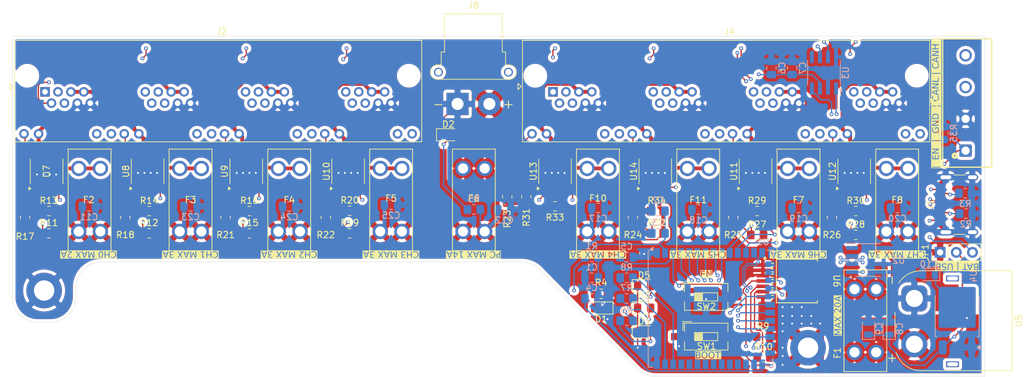
<source format=kicad_pcb>
(kicad_pcb (version 20240108) (generator "pcbnew") (generator_version "8.0")
  (layers (0 "F.Cu" signal) (1 "In1.Cu" signal) (2 "In2.Cu" signal) (31 "B.Cu" signal) (34 "B.Paste" user) (35 "F.Paste" user) (36 "B.SilkS" user "B.Silkscreen") (37 "F.SilkS" user "F.Silkscreen") (38 "B.Mask" user) (39 "F.Mask" user) (44 "Edge.Cuts" user))
  (net 0 "")
  (net 1 "/EN_PB")
  (net 2 "GND")
  (net 3 "+3.3V")
  (net 4 "/BOOT")
  (net 5 "Net-(JP1-C)")
  (net 6 "Net-(D1-A)")
  (net 7 "Net-(D2-A)")
  (net 8 "Net-(D3-A)")
  (net 9 "Net-(D4-A)")
  (net 10 "Net-(D5-A)")
  (net 11 "Net-(U5-+)")
  (net 12 "Net-(U6-Vcc)")
  (net 13 "/CC1")
  (net 14 "/USB_P")
  (net 15 "/CC2")
  (net 16 "/USB_N")
  (net 17 "+5V")
  (net 20 "+24V_L")
  (net 21 "/CANL")
  (net 22 "/CANH")
  (net 23 "/CAN_LED")
  (net 24 "/LED_BUILDIN")
  (net 25 "Net-(U6-CS)")
  (net 28 "/RXC")
  (net 35 "/TXC")
  (net 43 "/LOW_PW_EN")
  (net 44 "Net-(F2-Pad2)")
  (net 45 "Net-(F3-Pad2)")
  (net 46 "Net-(F4-Pad2)")
  (net 47 "Net-(F5-Pad2)")
  (net 48 "+24V_OUT_2")
  (net 49 "+24V_OUT_4")
  (net 50 "+24V_OUT_1")
  (net 51 "+24V_OUT_3")
  (net 52 "/SIGN_OUT_24_1")
  (net 53 "Net-(U7-SEn)")
  (net 54 "/SIGN_OUT_24_2")
  (net 55 "Net-(U8-SEn)")
  (net 56 "/SIGN_OUT_24_3")
  (net 57 "/SIGN_OUT_24_4")
  (net 58 "Net-(U9-SEn)")
  (net 59 "Net-(U10-SEn)")
  (net 60 "Net-(J8-+)")
  (net 61 "Net-(F8-Pad2)")
  (net 62 "Net-(J2-G_L--Pad2_9)")
  (net 68 "Net-(J2-G_L--Pad3_9)")
  (net 69 "Net-(J2-G_L--Pad1_9)")
  (net 73 "Net-(J2-G_L--Pad4_9)")
  (net 82 "Net-(F10-Pad2)")
  (net 83 "Net-(F11-Pad2)")
  (net 84 "+24V_OUT_5")
  (net 85 "+24V_OUT_6")
  (net 86 "Net-(U11-SEn)")
  (net 87 "Net-(U12-SEn)")
  (net 88 "/SIGN_SENSE_24_1")
  (net 89 "/SIGN_SENSE_24_2")
  (net 90 "/SIGN_SENSE_24_3")
  (net 91 "/SIGN_SENSE_24_4")
  (net 92 "/SIGN_OUT_24_5")
  (net 93 "/SIGN_OUT_24_6")
  (net 94 "Net-(U13-SEn)")
  (net 95 "Net-(U14-SEn)")
  (net 96 "/SIGN_SENSE_24_5")
  (net 97 "/SIGN_SENSE_24_6")
  (net 98 "Net-(F7-Pad2)")
  (net 101 "+24V_OUT_7")
  (net 103 "Net-(J4-G_L--Pad3_9)")
  (net 105 "+24V_OUT_8")
  (net 109 "Net-(J4-G_L--Pad1_9)")
  (net 111 "Net-(J4-G_L--Pad2_9)")
  (net 114 "Net-(J4-G_L--Pad4_9)")
  (net 121 "/SIGN_OUT_24_7")
  (net 122 "/SIGN_OUT_24_8")
  (net 123 "/SIGN_SENSE_24_7")
  (net 124 "/SIGN_SENSE_24_8")
  (net 125 "Net-(U6-FR_DIAG)")
  (footprint "RoverFootprint:AMASS_XT60PW-M_1x02_P7.20mm_Horizontal" (layer "F.Cu") (at 141.7 57.75 -90)
    (property "Reference" "U5")
    (property "Value" "XT60PW-M")
  )
  (footprint "Resistor_SMD:R_0805_2012Metric_Pad1.20x1.40mm_HandSolder" (layer "F.Cu") (at 21.5 47.5)
    (property "Reference" "R12")
    (property "Value" "R")
  )
  (footprint "Package_SO:SOIC-8_3.9x4.9mm_P1.27mm" (layer "F.Cu") (at 101 37.75 90)
    (property "Reference" "U14")
    (property "Value" "HSS-VN7140ASTR")
  )
  (footprint "Resistor_SMD:R_0805_2012Metric_Pad1.20x1.40mm_HandSolder" (layer "F.Cu") (at 21.5 44)
    (property "Reference" "R14")
    (property "Value" "R")
  )
  (footprint "Resistor_SMD:R_0805_2012Metric_Pad1.20x1.40mm_HandSolder" (layer "F.Cu") (at 17.75 45 90)
    (property "Reference" "R18")
    (property "Value" "R")
  )
  (footprint "Diode_SMD:D_0805_2012Metric_Pad1.15x1.40mm_HandSolder" (layer "F.Cu") (at 92.5 59.25 180)
    (property "Reference" "D1")
    (property "Value" "LED")
  )
  (footprint "Resistor_SMD:R_0805_2012Metric_Pad1.20x1.40mm_HandSolder" (layer "F.Cu") (at 49.25 45 90)
    (property "Reference" "R22")
    (property "Value" "R")
  )
  (footprint "Package_SO:SOIC-8_3.9x4.9mm_P1.27mm" (layer "F.Cu") (at 5.388 37.75 90)
    (property "Reference" "U7")
    (property "Value" "HSS-VN7140ASTR")
  )
  (footprint "Resistor_SMD:R_0805_2012Metric_Pad1.20x1.40mm_HandSolder" (layer "F.Cu") (at 85.25 43.25)
    (property "Reference" "R33")
    (property "Value" "R")
  )
  (footprint "Package_SO:SOIC-8_3.9x4.9mm_P1.27mm" (layer "F.Cu") (at 36.75 37.75 90)
    (property "Reference" "U9")
    (property "Value" "HSS-VN7140ASTR")
  )
  (footprint "Resistor_SMD:R_0805_2012Metric_Pad1.20x1.40mm_HandSolder" (layer "F.Cu") (at 97.5 45 90)
    (property "Reference" "R24")
    (property "Value" "R")
  )
  (footprint "Connector_USB:USB_C_Receptacle_GCT_USB4105-xx-A_16P_TopMnt_Horizontal" (layer "F.Cu") (at 149.75 43 90)
    (property "Reference" "J1")
    (property "Value" "USB_C_USB4105-GF-A")
  )
  (footprint "Button_Switch_SMD:SW_DIP_SPSTx01_Slide_6.7x4.1mm_W8.61mm_P2.54mm_LowProfile" (layer "F.Cu") (at 109 57.5)
    (property "Reference" "SW2")
    (property "Value" "TS09-63-25-WT-160-SMT-TR")
  )
  (footprint "MountingHole:MountingHole_3.2mm_M3_DIN965_Pad_TopBottom" (layer "F.Cu") (at 5 56.5)
    (property "Reference" "H7" (hide yes))
    (property "Value" "MountingHole_Pad")
  )
  (footprint "Resistor_SMD:R_0805_2012Metric_Pad1.20x1.40mm_HandSolder" (layer "F.Cu") (at 37.25 47.5)
    (property "Reference" "R15")
    (property "Value" "R")
  )
  (footprint "Resistor_SMD:R_0805_2012Metric_Pad1.20x1.40mm_HandSolder" (layer "F.Cu") (at 132.5 47.75)
    (property "Reference" "R28")
    (property "Value" "R")
  )
  (footprint "RoverFootprint:FUSE_3568-20" (layer "F.Cu") (at 139 42.25 90)
    (property "Reference" "F8")
    (property "Value" "FuseHolder")
  )
  (footprint "Resistor_SMD:R_0805_2012Metric_Pad1.20x1.40mm_HandSolder" (layer "F.Cu") (at 5.75 47.5)
    (property "Reference" "R11")
    (property "Value" "R")
  )
  (footprint "MountingHole:MountingHole_3.2mm_M3_DIN965_Pad_TopBottom" (layer "F.Cu") (at 125 65.5)
    (property "Reference" "H6" (hide yes))
    (property "Value" "MountingHole_Pad")
  )
  (footprint "Resistor_SMD:R_0805_2012Metric_Pad1.20x1.40mm_HandSolder" (layer "F.Cu") (at 80.75 41.75 -90)
    (property "Reference" "R31")
    (property "Value" "R")
  )
  (footprint "Resistor_SMD:R_0805_2012Metric_Pad1.20x1.40mm_HandSolder" (layer "F.Cu") (at 53 47.5)
    (property "Reference" "R19")
    (property "Value" "R")
  )
  (footprint "Package_SO:SOIC-8_3.9x4.9mm_P1.27mm" (layer "F.Cu") (at 52.75 37.75 90)
    (property "Reference" "U10")
    (property "Value" "HSS-VN7140ASTR")
  )
  (footprint "Resistor_SMD:R_0805_2012Metric_Pad1.20x1.40mm_HandSolder" (layer "F.Cu") (at 5.75 44)
    (property "Reference" "R13")
    (property "Value" "R")
  )
  (footprint "Package_SO:SOIC-8_3.9x4.9mm_P1.27mm" (layer "F.Cu") (at 132.25 37.75 90)
    (property "Reference" "U12")
    (property "Value" "HSS-VN7140ASTR")
  )
  (footprint "Connector_PinHeader_2.54mm:PinHeader_1x03_P2.54mm_Vertical" (layer "F.Cu") (at 145.75 50.5 90)
    (property "Reference" "JP1")
    (property "Value" "SolderJumper_3_Open")
  )
  (footprint "Resistor_SMD:R_0805_2012Metric_Pad1.20x1.40mm_HandSolder" (layer "F.Cu") (at 53 43.95)
    (property "Reference" "R20")
    (property "Value" "R")
  )
  (footprint "Resistor_SMD:R_0805_2012Metric_Pad1.20x1.40mm_HandSolder" (layer "F.Cu") (at 37.25 44)
    (property "Reference" "R16")
    (property "Value" "R")
  )
  (footprint "Resistor_SMD:R_0805_2012Metric_Pad1.20x1.40mm_HandSolder" (layer "F.Cu") (at 117 44)
    (property "Reference" "R29")
    (property "Value" "R")
  )
  (footprint "RoverFootprint:FUSE_3568-20" (layer "F.Cu") (at 59.5 42.25 90)
    (property "Reference" "F5")
    (property "Value" "FuseHolder")
  )
  (footprint "Resistor_SMD:R_0805_2012Metric_Pad1.20x1.40mm_HandSolder" (layer "F.Cu") (at 101.25 47.5)
    (property "Reference" "R32")
    (property "Value" "R")
  )
  (footprint "RoverFootprint:FUSE_3568-20" (layer "F.Cu") (at 107.75 42.25 90)
    (property "Reference" "F11")
    (property "Value" "FuseHolder")
  )
  (footprint "Diode_SMD:D_0805_2012Metric_Pad1.15x1.40mm_HandSolder" (layer "F.Cu") (at 68.5 32)
    (property "Reference" "D2")
    (property "Value" "LED")
  )
  (footprint "Button_Switch_SMD:SW_DIP_SPSTx01_Slide_6.7x4.1mm_W8.61mm_P2.54mm_LowProfile" (layer "F.Cu") (at 109 63.75)
    (property "Reference" "SW1")
    (property "Value" "TS09-63-25-WT-160-SMT-TR")
  )
  (footprint "RoverFootprint:FUSE_3568-20" (layer "F.Cu") (at 12.138 42.25 90)
    (property "Reference" "F2")
    (property "Value" "FuseHolder")
  )
  (footprint "RoverFootprint:FUSE_3568-20" (layer "F.Cu") (at 28 42.25 90)
    (property "Reference" "F3")
    (property "Value" "FuseHolder")
  )
  (footprint "Resistor_SMD:R_0805_2012Metric_Pad1.20x1.40mm_HandSolder" (layer "F.Cu") (at 33.5 45 90)
    (property "Reference" "R21")
    (property "Value" "R")
  )
  (footprint "Resistor_SMD:R_0805_2012Metric_Pad1.20x1.40mm_HandSolder" (layer "F.Cu") (at 117 47.75)
    (property "Reference" "R27")
    (property "Value" "R")
  )
  (footprint "RoverFootprint:TerminalBlock-4_P5.00mm-691137710004" (layer "F.Cu") (at 149.75 27 90)
    (property "Reference" "J3")
    (property "Value" "TerminalBlock")
  )
  (footprint "RoverFootprint:AMASS_XT30PW-F_1x02_P2.50mm_Horizontal" (layer "F.Cu") (at 69.936 27.15)
    (property "Reference" "J8")
    (property "Value" "XT30PW-F")
  )
  (footprint "Package_SO:SOIC-8_3.9x4.9mm_P1.27mm" (layer "F.Cu") (at 116.75 37.75 90)
    (property "Reference" "U11")
    (property "Value" "HSS-VN7140ASTR")
  )
  (footprint "RoverFootprint:ETH-RJHSE508104" (layer "F.Cu") (at 32.138 25.25)
    (property "Reference" "J2")
    (property "Value" "ETH-RJHSE508104")
  )
  (footprint "RoverFootprint:ETH-RJHSE508104" (layer "F.Cu") (at 111.936 25.25)
    (property "Reference" "J4")
    (property "Value" "ETH-RJHSE508104")
  )
  (footprint "Resistor_SMD:R_0805_2012Metric_Pad1.20x1.40mm_HandSolder" (layer "F.Cu") (at 2 45 90)
    (property "Reference" "R17")
    (property "Value" "R")
  )
  (footprint "RoverFootprint:FUSE_3568-20" (layer "F.Cu") (at 43.5 42.25 90)
    (property "Reference" "F4")
    (property "Value" "FuseHolder")
  )
  (footprint "Resistor_SMD:R_0805_2012Metric_Pad1.20x1.40mm_HandSolder" (layer "F.Cu") (at 92.5 57 180)
    (property "Reference" "R4")
    (property "Value" "R")
  )
  (footprint "Diode_SMD:D_0805_2012Metric_Pad1.15x1.40mm_HandSolder" (layer "F.Cu") (at 99.25 63)
    (property "Reference" "D3")
    (property "Value" "LED")
  )
  (footprint "Resistor_SMD:R_0805_2012Metric_Pad1.20x1.40mm_HandSolder" (layer "F.Cu") (at 101.25 44)
    (property "Reference" "R34")
    (property "Value" "R")
  )
  (footprint "RoverFootprint:FUSE_3568-20" (layer "F.Cu") (at 134 61.25 90)
    (property "Reference" "F1")
    (property "Value" "FuseHolder")
  )
  (footprint "RoverFootprint:OCTAPACK_VN7004_STM-M" (layer "F.Cu") (at 123.25 55 -90)
    (property "Reference" "U6")
    (property "Value" "HSS-VN7004SLHTR ")
  )
  (footprint "Resistor_SMD:R_0805_2012Metric_Pad1.20x1.40mm_HandSolder" (layer "F.Cu") (at 117.9245 63.75)
    (property "Reference" "R9")
    (property "Value" "R")
  )
  (footprint "Package_SO:SOIC-8_3.9x4.9mm_P1.27mm" (layer "F.Cu") (at 21.25 37.75 90)
    (property "Reference" "U8")
    (property "Value" "HSS-VN7140ASTR")
  )
  (footprint "Diode_SMD:D_0805_2012Metric_Pad1.15x1.40mm_HandSolder" (layer "F.Cu") (at 99.25 59.25)
    (property "Reference" "D4")
    (property "Value" "LED")
  )
  (footprint "Resistor_SMD:R_0805_2012Metric_Pad1.20x1.40mm_HandSolder" (layer "F.Cu") (at 77.75 41.75 90)
    (property "Reference" "R23")
    (property "Value" "R")
  )
  (footprint "Resistor_SMD:R_0805_2012Metric_Pad1.20x1.40mm_HandSolder" (layer "F.Cu") (at 113.25 45 90)
    (property "Reference" "R25")
    (property "Value" "R")
  )
  (footprint "RoverFootprint:FUSE_3568-20" (layer "F.Cu") (at 72.5 42.25 90)
    (property "Reference" "F6")
    (property "Value" "FuseHolder")
  )
  (footprint "Package_SO:SOIC-8_3.9x4.9mm_P1.27mm" (layer "F.Cu") (at 85.25 37.75 90)
    (property "Reference" "U13")
    (property "Value" "HSS-VN7140ASTR")
  )
  (footprint "RoverFootprint:FUSE_3568-20" (layer "F.Cu") (at 123.5 42.25 90)
    (property "Reference" "F7")
    (property "Value" "FuseHolder")
  )
  (footprint "Resistor_SMD:R_0805_2012Metric_Pad1.20x1.40mm_HandSolder" (layer "F.Cu") (at 132.5 44)
    (property "Reference" "R30")
    (property "Value" "R")
  )
  (footprint "Resistor_SMD:R_0805_2012Metric_Pad1.20x1.40mm_HandSolder" (layer "F.Cu") (at 118 67)
    (property "Reference" "R10")
    (property "Value" "R")
  )
  (footprint "Resistor_SMD:R_0805_2012Metric_Pad1.20x1.40mm_HandSolder" (layer "F.Cu") (at 128.75 45 90)
    (property "Reference" "R26")
    (property "Value" "R")
  )
  (footprint "Diode_SMD:D_0805_2012Metric_Pad1.15x1.40mm_HandSolder" (layer "F.Cu") (at 99.25 55.75)
    (property "Reference" "D5")
    (property "Value" "LED")
  )
  (footprint "RoverFootprint:FUSE_3568-20" (layer "F.Cu") (at 92 42.25 90)
    (property "Reference" "F10")
    (property "Value" "FuseHolder")
  )
  (footprint "Package_SO:SOIC-8_3.9x4.9mm_P1.27mm" (layer "B.Cu") (at 127.5 22.25 90)
    (property "Reference" "U3")
    (property "Value" "SN65HVD232")
  )
  (footprint "Capacitor_SMD:C_0805_2012Metric_Pad1.18x1.45mm_HandSolder" (layer "B.Cu") (at 28 43.25)
    (property "Reference" "C23")
    (property "Value" "10uF")
  )
  (footprint "Capacitor_SMD:C_0805_2012Metric_Pad1.18x1.45mm_HandSolder" (layer "B.Cu") (at 43.5 43.25)
    (property "Reference" "C24")
    (property "Value" "10uF")
  )
  (footprint "Capacitor_SMD:C_0805_2012Metric_Pad1.18x1.45mm_HandSolder" (layer "B.Cu") (at 77.2875 43.75)
    (property "Reference" "C12")
    (property "Value" "10uF")
  )
  (footprint "Resistor_SMD:R_0805_2012Metric_Pad1.20x1.40mm_HandSolder" (layer "B.Cu") (at 96.5 57.75 180)
    (property "Reference" "R7")
    (property "Value" "R")
  )
  (footprint "Resistor_SMD:R_0805_2012Metric_Pad1.20x1.40mm_HandSolder" (layer "B.Cu") (at 91 51.25)
    (property "Reference" "R1")
    (property "Value" "10k")
  )
  (footprint "Resistor_SMD:R_0805_2012Metric_Pad1.20x1.40mm_HandSolder" (layer "B.Cu") (at 149.7 41.2)
    (property "Reference" "R3")
    (property "Value" "k")
  )
  (footprint "Capacitor_SMD:C_0805_2012Metric_Pad1.18x1.45mm_HandSolder" (layer "B.Cu") (at 92.0375 43.5)
    (property "Reference" "C17")
    (property "Value" "10uF")
  )
  (footprint "Capacitor_SMD:C_0805_2012Metric_Pad1.18x1.45mm_HandSolder" (layer "B.Cu") (at 122.5 21.5 90)
    (property "Reference" "C7")
    (property "Value" "100nF")
  )
  (footprint "Capacitor_SMD:C_0805_2012Metric_Pad1.18x1.45mm_HandSolder" (layer "B.Cu") (at 96.5 51.25 180)
    (property "Reference" "C5")
    (property "Value" "100nF")
  )
  (footprint "Capacitor_SMD:C_0805_2012Metric_Pad1.18x1.45mm_HandSolder" (layer "B.Cu") (at 107.7875 43.75)
    (property "Reference" "C18")
    (property "Value" "10uF")
  )
  (footprint "LED_SMD:LED_0805_2012Metric" (layer "B.Cu") (at 134.5 62.5 90)
    (property "Reference" "C9")
    (property "Value" "C")
  )
  (footprint "Capacitor_SMD:C_0805_2012Metric_Pad1.18x1.45mm_HandSolder" (layer "B.Cu") (at 91 57.75 180)
    (property "Reference" "C4")
    (property "Value" "100nF")
  )
  (footprint "Capacitor_SMD:C_0805_2012Metric_Pad1.18x1.45mm_HandSolder" (layer "B.Cu") (at 139.0375 43.5)
    (property "Reference" "C20")
    (property "Value" "10uF")
  )
  (footprint "LED_SMD:LED_0805_2012Metric" (layer "B.Cu") (at 144 54 180)
    (property "Reference" "C10")
    (property "Value" "C")
  )
  (footprint "Capacitor_SMD:C_0805_2012Metric_Pad1.18x1.45mm_HandSolder" (layer "B.Cu") (at 59.5 43)
    (property "Reference" "C25")
    (property "Value" "10uF")
  )
  (footprint "Capacitor_SMD:C_0805_2012Metric_Pad1.18x1.45mm_HandSolder" (layer "B.Cu") (at 123.5375 43.5)
    (property "Reference" "C19")
    (property "Value" "10uF")
  )
  (footprint "Capacitor_SMD:C_0805_2012Metric_Pad1.18x1.45mm_HandSolder" (layer "B.Cu") (at 119.25 21.5 90)
    (property "Reference" "C6")
    (property "Value" "10uF")
  )
  (footprint "Resistor_SMD:R_0805_2012Metric_Pad1.20x1.40mm_HandSolder" (layer "B.Cu") (at 149.8 44.4)
    (property "Reference" "R2")
    (property "Value" "k")
  )
  (footprint "Package_TO_SOT_SMD:TO-252-2" (layer "B.Cu") (at 148.4275 60.41 90)
    (property "Reference" "U4")
    (property "Value" "LDO-LM7805MPX/NOPB")
  )
  (footprint "LED_SMD:LED_0805_2012Metric" (layer "B.Cu") (at 137.75 62.5 90)
    (property "Reference" "C8")
    (property "Value" "C")
  )
  (footprint "Resistor_SMD:R_0805_2012Metric_Pad1.20x1.40mm_HandSolder" (layer "B.Cu") (at 146.25 31.75 90)
    (property "Reference" "R35")
    (property "Value" "R")
  )
  (footprint "RF_Module:ESP32-S3-WROOM-1U" (layer "B.Cu") (at 109.69 59.35 -90)
    (property "Reference" "U1")
    (property "Value" "ESP32-S3-WROVER")
  )
  (footprint "Capacitor_SMD:C_0805_2012Metric_Pad1.18x1.45mm_HandSolder" (layer "B.Cu") (at 91 54.5 180)
    (property "Reference" "C1")
    (property "Value" "1uF")
  )
  (footprint "Resistor_SMD:R_0805_2012Metric_Pad1.20x1.40mm_HandSolder" (layer "B.Cu") (at 96.5 61.25 180)
    (property "Reference" "R6")
    (property "Value" "R")
  )
  (footprint "Capacitor_SMD:C_0805_2012Metric_Pad1.18x1.45mm_HandSolder" (layer "B.Cu") (at 101.5 44 180)
    (property "Reference" "C2")
    (property "Value" "22uF")
  )
  (footprint "Capacitor_SMD:C_0805_2012Metric_Pad1.18x1.45mm_HandSolder" (layer "B.Cu") (at 101.5 47.5 180)
    (property "Reference" "C3")
    (property "Value" "100nF")
  )
  (footprint "Package_SO:SOIC-8_3.9x4.9mm_P1.27mm" (layer "B.Cu") (at 134.4 51.7)
    (property "Reference" "U2")
    (property "Value" "TVS")
  )
  (footprint "Resistor_SMD:R_0805_2012Metric_Pad1.20x1.40mm_HandSolder" (layer "B.Cu") (at 96.5 54.5 180)
    (property "Reference" "R8")
    (property "Value" "R")
  )
  (footprint "Capacitor_SMD:C_0805_2012Metric_Pad1.18x1.45mm_HandSolder" (layer "B.Cu") (at 12.0375 43.25)
    (property "Reference" "C11")
    (property "Value" "10uF")
  )
  (footprint "Resistor_SMD:R_0805_2012Metric_Pad1.20x1.40mm_HandSolder" (layer "B.Cu") (at 72.5 43.75 180)
    (property "Reference" "R5")
    (property "Value" "R")
  )
  (gr_arc (start 4 61.5) (mid 1.171573 60.328427) (end 0 57.5) (stroke (width 0.05)) (layer "Edge.Cuts"))
  (gr_line (start 152.75 70) (end 101.030734 70) (stroke (width 0.05)) (layer "Edge.Cuts"))
  (gr_arc (start 10 56) (mid 11.171573 53.171573) (end 14 52) (stroke (width 0.05)) (layer "Edge.Cuts"))
  (gr_line (start 98.202307 68.828427) (end 82.828427 53.171573) (stroke (width 0.05)) (layer "Edge.Cuts"))
  (gr_line (start 0 57.5) (end 0 16.5) (stroke (width 0.05)) (layer "Edge.Cuts"))
  (gr_arc (start 10 57.5) (mid 8.828427 60.328427) (end 6 61.5) (stroke (width 0.05)) (layer "Edge.Cuts"))
  (gr_line (start 80 52) (end 14 52) (stroke (width 0.05)) (layer "Edge.Cuts"))
  (gr_arc (start 101.030734 70) (mid 99.5 69.695518) (end 98.202307 68.828427) (stroke (width 0.05)) (layer "Edge.Cuts"))
  (gr_line (start 0 16.5) (end 152.75 16.5) (stroke (width 0.05)) (layer "Edge.Cuts"))
  (gr_arc (start 80 52) (mid 81.530734 52.304482) (end 82.828427 53.171573) (stroke (width 0.05)) (layer "Edge.Cuts"))
  (gr_line (start 152.75 16.5) (end 152.75 70) (stroke (width 0.05)) (layer "Edge.Cuts"))
  (gr_line (start 10 56) (end 10 57.5) (stroke (width 0.05)) (layer "Edge.Cuts"))
  (gr_line (start 4 61.5) (end 6 61.5) (stroke (width 0.05)) (layer "Edge.Cuts"))
  (gr_text "CH7 MAX 3A" (at 139 50.75 180) (layer "F.SilkS" knockout) (effects (font (size 1 1) (thickness 0.1))))
  (gr_text "BAT | USB" (at 148.425 52.675 180) (layer "F.SilkS" knockout) (effects (font (size 1 1) (thickness 0.1))))
  (gr_text "CH1 MAX 3A" (at 28 50.75 180) (layer "F.SilkS" knockout) (effects (font (size 1 1) (thickness 0.1))))
  (gr_text "CH0 MAX 2A" (at 12 50.75 180) (layer "F.SilkS" knockout) (effects (font (size 1 1) (thickness 0.1))))
  (gr_text "CH4 MAX 3A" (at 92 50.75 180) (layer "F.SilkS" knockout) (effects (font (size 1 1) (thickness 0.1))))
  (gr_text "|  EN  |  GND  | CANL | CANH |" (at 145.1 27.025 90) (layer "F.SilkS" knockout) (effects (font (size 1 1) (thickness 0.1))))
  (gr_text "PC MAX 14A" (at 72.5 50.75 180) (layer "F.SilkS" knockout) (effects (font (size 1 1) (thickness 0.1))))
  (gr_text "BOOT" (at 109.25 66.75 0) (layer "F.SilkS" knockout) (effects (font (size 1 1) (thickness 0.1))))
  (gr_text "MAX 20A" (at 129.75 60.5 90) (layer "F.SilkS" knockout) (effects (font (size 1 1) (thickness 0.1))))
  (gr_text "CH6 MAX 3A" (at 123.5 50.75 180) (layer "F.SilkS" knockout) (effects (font (size 1 1) (thickness 0.1))))
  (gr_text "CH2 MAX 3A" (at 43.5 50.75 180) (layer "F.SilkS" knockout) (effects (font (size 1 1) (thickness 0.1))))
  (gr_text "CH3 MAX 3A" (at 59.5 50.75 180) (layer "F.SilkS" knockout) (effects (font (size 1 1) (thickness 0.1))))
  (gr_text "EN" (at 109 54 0) (layer "F.SilkS" knockout) (effects (font (size 1 1) (thickness 0.1))))
  (gr_text "CH5 MAX 3A" (at 107.75 50.75 180) (layer "F.SilkS" knockout) (effects (font (size 1 1) (thickness 0.1))))
  (segment (start 111.305 55.5) (end 113.305 57.5) (width 0.2) (layer "F.Cu") (net 1))
  (segment (start 105 55.5) (end 111.305 55.5) (width 0.2) (layer "F.Cu") (net 1))
  (segment (start 104.75 55.75) (end 105 55.5) (width 0.2) (layer "F.Cu") (net 1))
  (via (at 104.75 55.75) (size 0.6) (drill 0.3) (layers "F.Cu" "B.Cu") (net 1))
  (segment (start 96.4875 52.275) (end 102.725 52.275) (width 0.2) (layer "B.Cu") (net 1))
  (segment (start 95.4625 51.7125) (end 95.4625 51.25) (width 0.2) (layer "B.Cu") (net 1))
  (segment (start 95.4625 51.25) (end 96.4875 52.275) (width 0.2) (layer "B.Cu") (net 1))
  (segment (start 102.725 52.275) (end 103.82 51.18) (width 0.2) (layer "B.Cu") (net 1))
  (segment (start 103.82 51.18) (end 103.82 50.6) (width 0.2) (layer "B.Cu") (net 1))
  (segment (start 103.82 54.82) (end 103.82 50.6) (width 0.2) (layer "B.Cu") (net 1))
  (segment (start 92.0375 51.2875) (end 92 51.25) (width 0.2) (layer "B.Cu") (net 1))
  (segment (start 104.75 55.75) (end 103.82 54.82) (width 0.2) (layer "B.Cu") (net 1))
  (segment (start 92 51.25) (end 95.4625 51.25) (width 0.2) (layer "B.Cu") (net 1))
  (segment (start 92.0375 54.5) (end 92.0375 51.2875) (width 0.2) (layer "B.Cu") (net 1))
  (segment (start 53.25 38) (end 53.25 40.09) (width 0.6) (layer "F.Cu") (net 2))
  (segment (start 133.75 38) (end 132.75 38) (width 0.6) (layer "F.Cu") (net 2))
  (segment (start 115.65 49) (end 116.75 49) (width 0.2) (layer "F.Cu") (net 2))
  (segment (start 98.225 59.25) (end 98.225 63) (width 0.2) (layer "F.Cu") (net 2))
  (segment (start 51.25 38) (end 52.25 38) (width 0.6) (layer "F.Cu") (net 2))
  (segment (start 37.385 38.135) (end 37.25 38) (width 0.6) (layer "F.Cu") (net 2))
  (segment (start 22.5 44) (end 22.5 47.5) (width 0.6) (layer "F.Cu") (net 2))
  (segment (start 86.75 38) (end 85.75 38) (width 0.6) (layer "F.Cu") (net 2))
  (segment (start 85.75 40.09) (end 85.885 40.225) (width 0.6) (layer "F.Cu") (net 2))
  (segment (start 107.6 57.85) (end 109 57.85) (width 0.2) (layer "F.Cu") (net 2))
  (segment (start 53.385 43.335) (end 54 43.95) (width 0.6) (layer "F.Cu") (net 2))
  (segment (start 80.75 42.75) (end 77.75 42.75) (width 0.6) (layer "F.Cu") (net 2))
  (segment (start 132.75 38) (end 132.75 40.09) (width 0.6) (layer "F.Cu") (net 2))
  (segment (start 101.635 40.225) (end 101.635 43.385) (width 0.6) (layer "F.Cu") (net 2))
  (segment (start 6.888 38.25) (end 5.888 38.25) (width 0.6) (layer "F.Cu") (net 2))
  (segment (start 6.75 44) (end 6.75 47.5) (width 0.6) (layer "F.Cu") (net 2))
  (segment (start 113.25 46) (end 113.25 46.6) (width 0.2) (layer "F.Cu") (net 2))
  (segment (start 116.75 49) (end 118 47.75) (width 0.2) (layer "F.Cu") (net 2))
  (segment (start 19.75 38) (end 20.75 38) (width 0.6) (layer "F.Cu") (net 2))
  (segment (start 6.388 38.25) (end 6.023 38.615) (width 0.6) (layer "F.Cu") (net 2))
  (segment (start 132.75 40.09) (end 132.885 40.225) (width 0.6) (layer "F.Cu") (net 2))
  (segment (start 117.385 38.135) (end 117.25 38) (width 0.6) (layer "F.Cu") (net 2))
  (segment (start 93.5 59.275) (end 93.525 59.25) (width 0.2) (layer "F.Cu") (net 2))
  (segment (start 133.5 44) (end 133.5 47.75) (width 0.6) (layer "F.Cu") (net 2))
  (segment (start 102.5 38) (end 101.5 38) (width 0.6) (layer "F.Cu") (net 2))
  (segment (start 2 46.6) (end 3.9 48.5) (width 0.2) (layer "F.Cu") (net 2))
  (segment (start 21.885 40.225) (end 21.885 38.135) (width 0.6) (layer "F.Cu") (net 2))
  (segment (start 85.75 38) (end 85.75 40.09) (width 0.6) (layer "F.Cu") (net 2))
  (segment (start 101.5 38) (end 101.5 40.09) (width 0.6) (layer "F.Cu") (net 2))
  (segment (start 99.5 38) (end 100.5 38) (width 0.6) (layer "F.Cu") (net 2))
  (segment (start 118.25 38) (end 117.25 38) (width 0.6) (layer "F.Cu") (net 2))
  (segment (start 99.4 48.5) (end 101.25 48.5) (width 0.2) (layer "F.Cu") (net 2))
  (segment (start 97.5 46) (end 97.5 46.6) (width 0.2) (layer "F.Cu") (net 2))
  (segment (start 20.75 38) (end 21.75 38) (width 0.6) (layer "F.Cu") (net 2))
  (segment (start 128.75 46) (end 128.75 46.584744) (width 0.2) (layer "F.Cu") (net 2))
  (segment (start 146.62 47.165) (end 145.705 46.25) (width 0.6) (layer "F.Cu") (net 2))
  (segment (start 132.25 49) (end 133.5 47.75) (width 0.2) (layer "F.Cu") (net 2))
  (segment (start 101.25 48.5) (end 102.25 47.5) (width 0.2) (layer "F.Cu") (net 2))
  (segment (start 113.25 46.6) (end 115.65 49) (width 0.2) (layer "F.Cu") (net 2))
  (segment (start 6.023 43.273) (end 6.75 44) (width 0.6) (layer "F.Cu") (net 2))
  (segment (start 49.25 46.6) (end 51.15 48.5) (width 0.2) (layer "F.Cu") (net 2))
  (segment (start 93.5 61) (end 93.5 59.275) (width 0.2) (layer "F.Cu") (net 2))
  (segment (start 146.62 38.68) (end 146.62 38.835) (width 0.6) (layer "F.Cu") (net 2))
  (segment (start 101.635 43.385) (end 102.25 44) (width 0.6) (layer "F.Cu") (net 2))
  (segment (start 21.885 43.385) (end 22.5 44) (width 0.6) (layer "F.Cu") (net 2))
  (segment (start 51.15 48.5) (end 53 48.5) (width 0.2) (layer "F.Cu") (net 2))
  (segment (start 22.75 38) (end 21.75 38) (width 0.6) (layer "F.Cu") (net 2))
  (segment (start 101.5 40.09) (end 101.635 40.225) (width 0.6) (layer "F.Cu") (net 2))
  (segment (start 17.75 46) (end 17.75 46.6) (width 0.2) (layer "F.Cu") (net 2))
  (segment (start 21.885 38.135) (end 21.75 38) (width 0.6) (layer "F.Cu") (net 2))
  (segment (start 104.695 57.5) (end 107.25 57.5) (width 0.2) (layer "F.Cu") (net 2))
  (segment (start 54 43.95) (end 54 47.5) (width 0.6) (layer "F.Cu") (net 2))
  (segment (start 83.75 38) (end 84.75 38) (width 0.6) (layer "F.Cu") (net 2))
  (segment (start 54.25 38) (end 53.25 38) (width 0.6) (layer "F.Cu") (net 2))
  (segment (start 116.25 38) (end 117.25 38) (width 0.6) (layer "F.Cu") (net 2))
  (segment (start 38.25 38) (end 37.25 38) (width 0.6) (layer "F.Cu") (net 2))
  (segment (start 84.75 38) (end 85.75 38) (width 0.6) (layer "F.Cu") (net 2))
  (segment (start 85.885 40.225) (end 85.885 42.885) (width 0.6) (layer "F.Cu") (net 2))
  (segment (start 82.45 44.45) (end 80.75 42.75) (width 0.6) (layer "F.Cu") (net 2))
  (segment (start 104.75 65.25) (end 104.695 65.195) (width 0.2) (layer "F.Cu") (net 2))
  (segment (start 132.885 43.385) (end 133.5 44) (width 0.6) (layer "F.Cu") (net 2))
  (segment (start 67.475 32) (end 67.475 29.611) (width 0.2) (layer "F.Cu") (net 2))
  (segment (start 146.62 47.32) (end 146.62 47.165) (width 0.6) (layer "F.Cu") (net 2))
  (segment (start 6.023 40.225) (end 6.023 43.273) (width 0.6) (layer "F.Cu") (net 2))
  (segment (start 117.385 40.225) (end 117.385 38.135) (width 0.6) (layer "F.Cu") (net 2))
  (segment (start 53.385 40.225) (end 53.385 43.335) (width 0.6) (layer "F.Cu") (net 2))
  (segment (start 100.5 38) (end 101.5 38) (width 0.6) (layer "F.Cu") (net 2))
  (segment (start 53.25 40.09) (end 53.385 40.225) (width 0.6) (layer "F.Cu") (net 2))
  (segment (start 85.885 42.885) (end 86.25 43.25) (width 0.6) (layer "F.Cu") (net 2))
  (segment (start 117.385 40.225) (end 117.385 43.385) (width 0.6) (layer "F.Cu") (net 2))
  (segment (start 5.75 48.5) (end 6.75 47.5) (width 0.2) (layer "F.Cu") (net 2))
  (segment (start 132.885 40.225) (end 132.885 43.385) (width 0.6) (layer "F.Cu") (net 2))
  (segment (start 21.885 40.225) (end 21.885 43.385) (width 0.6) (layer "F.Cu") (net 2))
  (segment (start 37.25 48.5) (end 38.25 47.5) (width 0.2) (layer "F.Cu") (net 2))
  (segment (start 86.25 43.25) (end 85.05 44.45) (width 0.6) (layer "F.Cu") (net 2))
  (segment (start 115.25 38) (end 116.25 38) (width 0.6) (layer "F.Cu") (net 2))
  (segment (start 33.5 46) (end 33.5 46.6) (width 0.2) (layer "F.Cu") (net 2))
  (segment (start 35.25 38) (end 36.25 38) (width 0.6) (layer "F.Cu") (net 2))
  (segment (start 128.75 46.584744) (end 131.165256 49) (width 0.2) (layer "F.Cu") (net 2))
  (segment (start 49.25 46) (end 49.25 46.6) (width 0.2) (layer "F.Cu") (net 2))
  (segment (start 37.385 40.225) (end 37.385 38.135) (width 0.6) (layer "F.Cu") (net 2))
  (segment (start 118 44) (end 118 47.75) (width 0.6) (layer "F.Cu") (net 2))
  (segment (start 3.888 38.25) (end 4.888 38.25) (width 0.6) (layer "F.Cu") (net 2))
  (segment (start 145.705 46.25) (end 145.705 46.405) (width 0.2) (layer "F.Cu") (net 2))
  (segment (start 67.475 29.611) (end 69.936 27.15) (width 0.2) (layer "F.Cu") (net 2))
  (segment (start 107.25 57.5) (end 107.6 57.85) (width 0.2) (layer "F.Cu") (net 2))
  (segment (start 130.75 38) (end 131.75 38) (width 0.6) (layer "F.Cu") (net 2))
  (segment (start 19.65 48.5) (end 21.5 48.5) (width 0.2) (layer "F.Cu") (net 2))
  (segment (start 6.023 38.615) (end 6.023 40.225) (width 0.6) (layer "F.Cu") (net 2))
  (segment (start 52.25 38) (end 53.25 38) (width 0.6) (layer "F.Cu") (net 2))
  (segment (start 38.25 47.5) (end 38.25 44) (width 0.6) (layer "F.Cu") (net 2))
  (segment (start 53 48.5) (end 54 47.5) (width 0.2) (layer "F.Cu") (net 2))
  (segment (start 104.695 65.195) (end 104.695 63.75) (width 0.2) (layer "F.Cu") (net 2))
  (segment (start 98.225 63) (end 98.225 65.475) (width 0.2) (layer "F.Cu") (net 2))
  (segment (start 98.225 55.75) (end 98.225 59.25) (width 0.2) (layer "F.Cu") (net 2))
  (segment (start 38.25 44) (end 37.385 43.135) (width 0.6) (layer "F.Cu") (net 2))
  (segment (start 3.9 48.5) (end 5.75 48.5) (width 0.2) (layer "F.Cu") (net 2))
  (segment (start 35.4 48.5) (end 37.25 48.5) (width 0.2) (layer "F.Cu") (net 2))
  (segment (start 2 46) (end 2 46.6) (width 0.2) (layer "F.Cu") (net 2))
  (segment (start 36.25 38) (end 37.25 38) (width 0.6) (layer "F.Cu") (net 2))
  (segment (start 17.75 46.6) (end 19.65 48.5) (width 0.2) (layer "F.Cu") (net 2))
  (segment (start 4.888 38.25) (end 5.888 38.25) (width 0.6) (layer "F.Cu") (net 2))
  (segment (start 131.165256 49) (end 132.25 49) (width 0.2) (layer "F.Cu") (net 2))
  (segment (start 131.75 38) (end 132.75 38) (width 0.6) (layer "F.Cu") (net 2))
  (segment (start 85.05 44.45) (end 82.45 44.45) (width 0.6) (layer "F.Cu") (net 2))
  (segment (start 146.62 38.835) (end 145.705 39.75) (width 0.6) (layer "F.Cu") (net 2))
  (segment (start 98.225 65.475) (end 98.25 65.5) (width 0.2) (layer "F.Cu") (net 2))
  (segment (start 37.385 43.135) (end 37.385 40.225) (width 0.6) (layer "F.Cu") (net 2))
  (segment (start 97.5 46.6) (end 99.4 48.5) (width 0.2) (layer "F.Cu") (net 2))
  (segment (start 102.25 44) (end 102.25 47.5) (width 0.6) (layer "F.Cu") (net 2))
  (segment (start 21.5 48.5) (end 22.5 47.5) (width 0.2) (layer "F.Cu") (net 2))
  (segment (start 145.705 39.75) (end 145.705 39.595) (width 0.2) (layer "F.Cu") (net 2))
  (segment (start 33.5 46.6) (end 35.4 48.5) (width 0.2) (layer "F.Cu") (net 2))
  (segment (start 117.385 43.385) (end 118 44) (width 0.6) (layer "F.Cu") (net 2))
  (via (at 3.888 38.25) (size 0.6) (drill 0.3) (layers "F.Cu" "B.Cu") (net 2))
  (via (at 121 66.8) (size 0.6) (drill 0.3) (layers "F.Cu" "B.Cu") (net 2))
  (via (at 125.5 60.5) (size 0.6) (drill 0.3) (layers "F.Cu" "B.Cu") (net 2))
  (via (at 121 61.7) (size 0.6) (drill 0.3) (layers "F.Cu" "B.Cu") (net 2))
  (via (at 51.25 38) (size 0.6) (drill 0.3) (layers "F.Cu" "B.Cu") (net 2))
  (via (at 133.75 38) (size 0.6) (drill 0.3) (layers "F.Cu" "B.Cu") (net 2))
  (via (at 122.5 60.5) (size 0.6) (drill 0.3) (layers "F.Cu" "B.Cu") (net 2))
  (via (at 101.5 38) (size 0.6) (drill 0.3) (layers "F.Cu" "B.Cu") (net 2))
  (via (at 83.75 38) (size 0.6) (drill 0.3) (layers "F.Cu" "B.Cu") (net 2))
  (via (at 124 59.1) (size 0.6) (drill 0.3) (layers "F.Cu" "B.Cu") (net 2))
  (via (at 121 60.5) (size 0.6) (drill 0.3) (layers "F.Cu" "B.Cu") (net 2))
  (via (at 85.75 38) (size 0.6) (drill 0.3) (layers "F.Cu" "B.Cu") (net 2))
  (via (at 100.5 38) (size 0.6) (drill 0.3) (layers "F.Cu" "B.Cu") (net 2))
  (via (at 121 62.9) (size 0.6) (drill 0.3) (layers "F.Cu" "B.Cu") (net 2))
  (via (at 104.75 65.25) (size 0.6) (drill 0.3) (layers "F.Cu" "B.Cu") (net 2))
  (via (at 99.5 38) (size 0.6) (drill 0.3) (layers "F.Cu" "B.Cu") (net 2))
  (via (at 22.75 38) (size 0.6) (drill 0.3) (layers "F.Cu" "B.Cu") (net 2))
  (via (at 37.25 38) (size 0.6) (drill 0.3) (layers "F.Cu" "B.Cu") (net 2))
  (via (at 126.9 61.7) (size 0.6) (drill 0.3) (layers "F.Cu" "B.Cu") (net 2))
  (via (at 38.25 38) (size 0.6) (drill 0.3) (layers "F.Cu" "B.Cu") (net 2))
  (via (at 53.25 38) (size 0.6) (drill 0.3) (layers "F.Cu" "B.Cu") (net 2))
  (via (at 52.25 38) (size 0.6) (drill 0.3) (layers "F.Cu" "B.Cu") (net 2))
  (via (at 130.75 38) (size 0.6) (drill 0.3) (layers "F.Cu" "B.Cu") (net 2))
  (via (at 102.5 38) (size 0.6) (drill 0.3) (layers "F.Cu" "B.Cu") (net 2))
  (via (at 21.75 38) (size 0.6) (drill 0.3) (layers "F.Cu" "B.Cu") (net 2))
  (via (at 122.5 59.1) (size 0.6) (drill 0.3) (layers "F.Cu" "B.Cu") (net 2))
  (via (at 121 65.5) (size 0.6) (drill 0.3) (layers "F.Cu" "B.Cu") (net 2))
  (via (at 54.25 38) (size 0.6) (drill 0.3) (layers "F.Cu" "B.Cu") (net 2))
  (via (at 115.25 38) (size 0.6) (drill 0.3) (layers "F.Cu" "B.Cu") (net 2))
  (via (at 6.888 38.25) (size 0.6) (drill 0.3) (layers "F.Cu" "B.Cu") (net 2))
  (via (at 122.5 61.7) (size 0.6) (drill 0.3) (layers "F.Cu" "B.Cu") (net 2))
  (via (at 125.5 61.7) (size 0.6) (drill 0.3) (layers "F.Cu" "B.Cu") (net 2))
  (via (at 121 68.2) (size 0.6) (drill 0.3) (layers "F.Cu" "B.Cu") (net 2))
  (via (at 35.25 38) (size 0.6) (drill 0.3) (layers "F.Cu" "B.Cu") (net 2))
  (via (at 124 60.5) (size 0.6) (drill 0.3) (layers "F.Cu" "B.Cu") (net 2))
  (via (at 5.888 38.25) (size 0.6) (drill 0.3) (layers "F.Cu" "B.Cu") (net 2))
  (via (at 93.5 61) (size 0.6) (drill 0.3) (layers "F.Cu" "B.Cu") (net 2))
  (via (at 116.25 38) (size 0.6) (drill 0.3) (layers "F.Cu" "B.Cu") (net 2))
  (via (at 124 61.7) (size 0.6) (drill 0.3) (layers "F.Cu" "B.Cu") (net 2))
  (via (at 109 57.85) (size 0.6) (drill 0.3) (layers "F.Cu" "B.Cu") (net 2))
  (via (at 20.75 38) (size 0.6) (drill 0.3) (layers "F.Cu" "B.Cu") (net 2))
  (via (at 98.25 65.5) (size 0.6) (drill 0.3) (layers "F.Cu" "B.Cu") (net 2))
  (via (at 121 59.1) (size 0.6) (drill 0.3) (layers "F.Cu" "B.Cu") (net 2))
  (via (at 4.888 38.25) (size 0.6) (drill 0.3) (layers "F.Cu" "B.Cu") (net 2))
  (via (at 84.75 38) (size 0.6) (drill 0.3) (layers "F.Cu" "B.Cu") (net 2))
  (via (at 19.75 38) (size 0.6) (drill 0.3) (layers "F.Cu" "B.Cu") (net 2))
  (via (at 86.75 38) (size 0.6) (drill 0.3) (layers "F.Cu" "B.Cu") (net 2))
  (via (at 36.25 38) (size 0.6) (drill 0.3) (layers "F.Cu" "B.Cu") (net 2))
  (via (at 117.25 38) (size 0.6) (drill 0.3) (layers "F.Cu" "B.Cu") (net 2))
  (via (at 131.75 38) (size 0.6) (drill 0.3) (layers "F.Cu" "B.Cu") (net 2))
  (via (at 118.25 38) (size 0.6) (drill 0.3) (layers "F.Cu" "B.Cu") (net 2))
  (via (at 132.75 38) (size 0.6) (drill 0.3) (layers "F.Cu" "B.Cu") (net 2))
  (via (at 99.25 50.75) (size 0.6) (drill 0.3) (layers "F.Cu" "B.Cu") (net 2))
  (segment (start 128.135 22.75) (end 128.135 22.635) (width 0.2) (layer "B.Cu") (net 2))
  (segment (start 127.25 21.75) (end 124.5 21.75) (width 0.2) (layer "B.Cu") (net 2))
  (segment (start 93.5 61) (end 93.5 59.2125) (width 0.2) (layer "B.Cu") (net 2))
  (segment (start 93.5 59.2125) (end 92.0375 57.75) (width 0.2) (layer "B.Cu") (net 2))
  (segment (start 128.135 22.75) (end 128.135 24.725) (width 0.2) (layer "B.Cu") (net 2))
  (segment (start 128.135 22.635) (end 127.25 21.75) (width 0.2) (layer "B.Cu") (net 2))
  (segment (start 123.2875 21.25) (end 122.5 20.4625) (width 0.2) (layer "B.Cu") (net 2))
  (segment (start 119.25 20.4625) (end 122.5 20.4625) (width 0.2) (layer "B.Cu") (net 2))
  (segment (start 148.5 30.75) (end 149.75 29.5) (width 0.2) (layer "B.Cu") (net 2))
  (segment (start 124 21.25) (end 123.2875 21.25) (width 0.2) (layer "B.Cu") (net 2))
  (segment (start 146.25 30.75) (end 148.5 30.75) (width 0.2) (layer "B.Cu") (net 2))
  (segment (start 129.405 21.48) (end 128.135 22.75) (width 0.2) (layer "B.Cu") (net 2))
  (segment (start 129.405 19.775) (end 129.405 21.48) (width 0.2) (layer "B.Cu") (net 2))
  (segment (start 124.5 21.75) (end 124 21.25) (width 0.2) (layer "B.Cu") (net 2))
  (via (at 117.25 22.5) (size 0.6) (drill 0.3) (layers "F.Cu" "B.Cu") (net 3))
  (via (at 88.25 56.5) (size 0.6) (drill 0.3) (layers "F.Cu" "B.Cu") (net 3))
  (via (at 149.9525 60.825) (size 0.6) (drill 0.3) (layers "F.Cu" "B.Cu") (net 3))
  (via (at 96.25 59.75) (size 0.6) (drill 0.3) (layers "F.Cu" "B.Cu") (net 3))
  (segment (start 125.652499 22.5375) (end 126.865 23.750001) (width 0.2) (layer "B.Cu") (net 3))
  (segment (start 90 51.25) (end 88.25 53) (width 0.2) (layer "B.Cu") (net 3))
  (segment (start 88.25 53) (end 88.25 56.5) (width 0.2) (layer "B.Cu") (net 3))
  (segment (start 96.25 60) (end 96.25 59.75) (width 0.2) (layer "B.Cu") (net 3))
  (segment (start 102 49.55) (end 102.55 50.1) (width 0.2) (layer "B.Cu") (net 3))
  (segment (start 102.5375 48.4125) (end 101.7 49.25) (width 0.2) (layer "B.Cu") (net 3))
  (segment (start 117.2875 22.5375) (end 117.25 22.5) (width 0.2) (layer "B.Cu") (net 3))
  (segment (start 97.5 61.25) (end 96.25 60) (width 0.2) (layer "B.Cu") (net 3))
  (segment (start 101.7 49.25) (end 102 49.55) (width 0.2) (layer "B.Cu") (net 3))
  (segment (start 102.5375 47.5) (end 102.5375 48.4125) (width 0.2) (layer "B.Cu") (net 3))
  (segment (start 119.25 22.5375) (end 122.5 22.5375) (width 0.2) (layer "B.Cu") (net 3))
  (segment (start 122.5 22.5375) (end 125.652499 22.5375) (width 0.2) (layer "B.Cu") (net 3))
  (segment (start 102.55 50.1) (end 102.55 50.6) (width 0.2) (layer "B.Cu") (net 3))
  (segment (start 90 51.25) (end 92 49.25) (width 0.2) (layer "B.Cu") (net 3))
  (segment (start 102.5375 47.5) (end 102.5375 47.9625) (width 0.2) (layer "B.Cu") (net 3))
  (segment (start 145.0375 55.61) (end 146.9025 57.475) (width 0.2) (layer "B.Cu") (net 3))
  (segment (start 126.865 23.750001) (end 126.865 24.725) (width 0.2) (layer "B.Cu") (net 3))
  (segment (start 119.25 22.5375) (end 117.2875 22.5375) (width 0.2) (layer "B.Cu") (net 3))
  (segment (start 102.5375 47.9625) (end 102.55 47.975) (width 0.2) (layer "B.Cu") (net 3))
  (segment (start 102.5375 44) (end 102.5375 47.5) (width 0.2) (layer "B.Cu") (net 3))
  (segment (start 92 49.25) (end 101.7 49.25) (width 0.2) (layer "B.Cu") (net 3))
  (segment (start 145.0375 54) (end 145.0375 55.61) (width 0.2) (layer "B.Cu") (net 3))
  (segment (start 119.2 68.4) (end 119.05 68.25) (width 0.2) (layer "F.Cu") (net 4))
  (segment (start 119.05 68.25) (end 116.665256 68.25) (width 0.2) (layer "F.Cu") (net 4))
  (segment (start 116.665256 68.25) (end 113.305 64.889744) (width 0.2) (layer "F.Cu") (net 4))
  (segment (start 113.305 64.889744) (end 113.305 63.75) (width 0.2) (layer "F.Cu") (net 4))
  (via (at 119.2 68.4) (size 0.6) (drill 0.3) (layers "F.Cu" "B.Cu") (net 4))
  (segment (start 119.2 68.4) (end 118.9 68.1) (width 0.2) (layer "B.Cu") (net 4))
  (segment (start 89.9625 59.2125) (end 99.9 69.15) (width 0.2) (layer "B.Cu") (net 4))
  (segment (start 118.9 68.1) (end 117.79 68.1) (width 0.2) (layer "B.Cu") (net 4))
  (segment (start 99.9 69.15) (end 117.69 69.15) (width 0.2) (layer "B.Cu") (net 4))
  (segment (start 117.79 69.05) (end 117.79 68.1) (width 0.2) (layer "B.Cu") (net 4))
  (segment (start 89.9625 57.75) (end 89.9625 59.2125) (width 0.2) (layer "B.Cu") (net 4))
  (segment (start 117.69 69.15) (end 117.79 69.05) (width 0.2) (layer "B.Cu") (net 4))
  (segment (start 148 63.75) (end 149.25 62.5) (width 0.2) (layer "F.Cu") (net 5))
  (segment (start 149.25 62.5) (end 149.25 51.46) (width 0.2) (layer "F.Cu") (net 5))
  (segment (start 149.25 51.46) (end 148.29 50.5) (width 0.2) (layer "F.Cu") (net 5))
  (via (at 148 63.75) (size 0.6) (drill 0.3) (layers "F.Cu" "B.Cu") (net 5))
  (segment (start 140.75 68.25) (end 143.3475 68.25) (width 0.2) (layer "B.Cu") (net 5))
  (segment (start 146.1475 65.45) (end 147.8475 63.75) (width 0.2) (layer "B.Cu") (net 5))
  (segment (start 143.3475 68.25) (end 146.1475 65.45) (width 0.2) (layer "B.Cu") (net 5))
  (segment (start 137.75 63.5375) (end 137.75 65.25) (width 0.2) (layer "B.Cu") (net 5))
  (segment (start 134.5 63.5375) (end 137.75 63.5375) (width 0.2) (layer "B.Cu") (net 5))
  (segment (start 147.8475 63.75) (end 148 63.75) (width 0.2) (layer "B.Cu") (net 5))
  (segment (start 137.75 65.25) (end 140.75 68.25) (width 0.2) (layer "B.Cu") (net 5))
  (segment (start 91.5 59.225) (end 91.475 59.25) (width 0.2) (layer "F.Cu") (net 6))
  (segment (start 91.5 57) (end 91.5 59.225) (width 0.2) (layer "F.Cu") (net 6))
  (segment (start 69.525 32) (end 69.25 32) (width 0.2) (layer "F.Cu") (net 7))
  (segment (start 69.25 32) (end 67.75 33.5) (width 0.2) (layer "F.Cu") (net 7))
  (via (at 67.75 33.5) (size 0.6) (drill 0.3) (layers "F.Cu" "B.Cu") (net 7))
  (segment (start 67.75 33.5) (end 67.75 40) (width 0.2) (layer "B.Cu") (net 7))
  (segment (start 67.75 40) (end 71.5 43.75) (width 0.2) (layer "B.Cu") (net 7))
  (segment (start 100.25 63.025) (end 100.275 63) (width 0.2) (layer "F.Cu") (net 8))
  (segment (start 100.25 64.5) (end 100.25 63.025) (width 0.2) (layer "F.Cu") (net 8))
  (via (at 100.25 64.5) (size 0.6) (drill 0.3) (layers "F.Cu" "B.Cu") (net 8))
  (segment (start 95.5 62.5) (end 97.5 64.5) (width 0.2) (layer "B.Cu") (net 8))
  (segment (start 97.5 64.5) (end 100.25 64.5) (width 0.2) (layer "B.Cu") (net 8))
  (segment (start 95.5 61.25) (end 95.5 62.5) (width 0.2) (layer "B.Cu") (net 8))
  (segment (start 100 59.525) (end 100.275 59.25) (width 0.2) (layer "F.Cu") (net 9))
  (segment (start 100 61) (end 100 59.525) (width 0.2) (layer "F.Cu") (net 9))
  (via (at 100 61) (size 0.6) (drill 0.3) (layers "F.Cu" "B.Cu") (net 9))
  (segment (start 97.25 59.5) (end 98.5 59.5) (width 0.2) (layer "B.Cu") (net 9))
  (segment (start 95.5 57.75) (end 97.25 59.5) (width 0.2) (layer "B.Cu") (net 9))
  (segment (start 98.5 59.5) (end 100 61) (width 0.2) (layer "B.Cu") (net 9))
  (segment (start 100.25 55.775) (end 100.275 55.75) (width 0.2) (layer "F.Cu") (net 10))
  (segment (start 100.25 57.5) (end 100.25 55.775) (width 0.2) (layer "F.Cu") (net 10))
  (via (at 100.25 57.5) (size 0.6) (drill 0.3) (layers "F.Cu" "B.Cu") (net 10))
  (segment (start 98.75 56.25) (end 100 57.5) (width 0.2) (layer "B.Cu") (net 10))
  (segment (start 96.25 56.25) (end 98.75 56.25) (width 0.2) (layer "B.Cu") (net 10))
  (segment (start 95.5 55.5) (end 96.25 56.25) (width 0.2) (layer "B.Cu") (net 10))
  (segment (start 95.5 54.5) (end 95.5 55.5) (width 0.2) (layer "B.Cu") (net 10))
  (segment (start 100 57.5) (end 100.25 57.5) (width 0.2) (layer "B.Cu") (net 10))
  (segment (start 147.15 44.25) (end 147.3 44.4) (width 0.2) (layer "F.Cu") (net 13))
  (segment (start 145.705 44.25) (end 147.15 44.25) (width 0.2) (layer "F.Cu") (net 13))
  (via (at 147.3 44.4) (size 0.6) (drill 0.3) (layers "F.Cu" "B.Cu") (net 13))
  (segment (start 147.3 44.4) (end 148.8 44.4) (width 0.2) (layer "B.Cu") (net 13))
  (segment (start 146.585814 42.25) (end 145.705 42.25) (width 0.155814) (layer "F.Cu") (net 14))
  (segment (start 146.585814 43.25) (end 146.7 43.135814) (width 0.155814) (layer "F.Cu") (net 14))
  (segment (start 145.705 42.25) (end 145.609108 42.345892) (width 0.155814) (layer "F.Cu") (net 14))
  (segment (start 146.7 43.135814) (end 146.7 42.364186) (width 0.155814) (layer "F.Cu") (net 14))
  (segment (start 145.705 43.25) (end 146.585814 43.25) (width 0.155814) (layer "F.Cu") (net 14))
  (segment (start 144.40716 42.345892) (end 144.185068 42.1238) (width 0.155814) (layer "F.Cu") (net 14))
  (segment (start 145.609108 42.345892) (end 144.40716 42.345892) (width 0.155814) (layer "F.Cu") (net 14))
  (segment (start 146.7 42.364186) (end 146.585814 42.25) (width 0.155814) (layer "F.Cu") (net 14))
  (via (at 133.576521 51.3238) (size 0.6) (drill 0.3) (layers "F.Cu" "B.Cu") (net 14))
  (via (at 144.185068 42.1238) (size 0.6) (drill 0.3) (layers "F.Cu" "B.Cu") (net 14))
  (via (at 115.966014 56.033986) (size 0.6) (drill 0.3) (layers "F.Cu" "B.Cu") (net 14))
  (via (at 130.1 51.3238) (size 0.6) (drill 0.3) (layers "F.Cu" "B.Cu") (net 14))
  (segment (start 131.925 51.065) (end 131.444108 51.545892) (width 0.155814) (layer "B.Cu") (net 14))
  (segment (start 131.925 51.065) (end 132.405892 51.545892) (width 0.155814) (layer "B.Cu") (net 14))
  (segment (start 116.863835 52.554107) (end 115.563835 52.554107) (width 0.155814) (layer "B.Cu") (net 14))
  (segment (start 117.309107 51.380893) (end 117.309107 52.108835) (width 0.155814) (layer "B.Cu") (net 14))
  (segment (start 115.651927 56.033986) (end 115.966014 56.033986) (width 0.155814) (layer "B.Cu") (net 14))
  (segment (start 131.444108 51.545892) (end 130.322092 51.545892) (width 0.155814) (layer "B.Cu") (net 14))
  (segment (start 117.79 50.9) (end 117.309107 51.380893) (width 0.155814) (layer "B.Cu") (net 14))
  (segment (start 130.322092 51.545892) (end 130.1 51.3238) (width 0.155814) (layer "B.Cu") (net 14))
  (segment (start 132.405892 51.545892) (end 133.354429 51.545892) (width 0.155814) (layer "B.Cu") (net 14))
  (segment (start 115.054107 55.436166) (end 115.651927 56.033986) (width 0.155814) (layer "B.Cu") (net 14))
  (segment (start 133.354429 51.545892) (end 133.576521 51.3238) (width 0.155814) (layer "B.Cu") (net 14))
  (segment (start 115.054107 53.063835) (end 115.054107 55.436166) (width 0.155814) (layer "B.Cu") (net 14))
  (segment (start 117.309107 52.108835) (end 116.863835 52.554107) (width 0.155814) (layer "B.Cu") (net 14))
  (segment (start 115.563835 52.554107) (end 115.054107 53.063835) (width 0.155814) (layer "B.Cu") (net 14))
  (segment (start 117.79 50.6) (end 117.79 50.9) (width 0.155814) (layer "B.Cu") (net 14))
  (segment (start 145.705 41.25) (end 147.15 41.25) (width 0.2) (layer "F.Cu") (net 15))
  (segment (start 147.15 41.25) (end 147.3 41.4) (width 0.2) (layer "F.Cu") (net 15))
  (via (at 147.3 41.4) (size 0.6) (drill 0.3) (layers "F.Cu" "B.Cu") (net 15))
  (segment (start 147.3 41.4) (end 148.5 41.4) (width 0.2) (layer "B.Cu") (net 15))
  (segment (start 148.5 41.4) (end 148.7 41.2) (width 0.2) (layer "B.Cu") (net 15))
  (segment (start 145.609108 42.654108) (end 144.40716 42.654108) (width 0.155814) (layer "F.Cu") (net 16))
  (segment (start 145.705 43.75) (end 144.824186 43.75) (width 0.155814) (layer "F.Cu") (net 16))
  (segment (start 144.824186 43.75) (end 144.185068 43.110882) (width 0.155814) (layer "F.Cu") (net 16))
  (segment (start 145.705 42.75) (end 145.609108 42.654108) (width 0.155814) (layer "F.Cu") (net 16))
  (segment (start 144.185068 43.110882) (end 144.185068 42.8762) (width 0.155814) (layer "F.Cu") (net 16))
  (segment (start 144.40716 42.654108) (end 144.185068 42.8762) (width 0.155814) (layer "F.Cu") (net 16))
  (via (at 144.185068 42.8762) (size 0.6) (drill 0.3) (layers "F.Cu" "B.Cu") (net 16))
  (via (at 133.576521 52.0762) (size 0.6) (drill 0.3) (layers "F.Cu" "B.Cu") (net 16))
  (via (at 130.1 52.0762) (size 0.6) (drill 0.3) (layers "F.Cu" "B.Cu") (net 16))
  (via (at 115.433986 56.566014) (size 0.6) (drill 0.3) (layers "F.Cu" "B.Cu") (net 16))
  (segment (start 114.745893 55.563834) (end 115.433986 56.251927) (width 0.155814) (layer "B.Cu") (net 16))
  (segment (start 133.354429 51.854108) (end 133.576521 52.0762) (width 0.155814) (layer "B.Cu") (net 16))
  (segment (start 116.736165 52.245893) (end 115.436165 52.245893) (width 0.155814) (layer "B.Cu") (net 16))
  (segment (start 114.745893 52.936165) (end 114.745893 55.563834) (width 0.155814) (layer "B.Cu") (net 16))
  (segment (start 117.000893 51.380893) (end 117.000893 51.981165) (width 0.155814) (layer "B.Cu") (net 16))
  (segment (start 130.322092 51.854108) (end 130.1 52.0762) (width 0.155814) (layer "B.Cu") (net 16))
  (segment (start 116.52 50.9) (end 117.000893 51.380893) (width 0.155814) (layer "B.Cu") (net 16))
  (segment (start 131.925 52.335) (end 131.444108 51.854108) (width 0.155814) (layer "B.Cu") (net 16))
  (segment (start 131.925 52.335) (end 132.405892 51.854108) (width 0.155814) (layer "B.Cu") (net 16))
  (segment (start 117.000893 51.981165) (end 116.736165 52.245893) (width 0.155814) (layer "B.Cu") (net 16))
  (segment (start 132.405892 51.854108) (end 133.354429 51.854108) (width 0.155814) (layer "B.Cu") (net 16))
  (segment (start 115.436165 52.245893) (end 114.745893 52.936165) (width 0.155814) (layer "B.Cu") (net 16))
  (segment (start 131.444108 51.854108) (end 130.322092 51.854108) (width 0.155814) (layer "B.Cu") (net 16))
  (segment (start 116.52 50.6) (end 116.52 50.9) (width 0.155814) (layer "B.Cu") (net 16))
  (segment (start 115.433986 56.251927) (end 115.433986 56.566014) (width 0.155814) (layer "B.Cu") (net 16))
  (segment (start 145.705 45.45) (end 144.15 45.45) (width 0.2) (layer "F.Cu") (net 17))
  (segment (start 144.15 45.45) (end 144.1 45.5) (width 0.2) (layer "F.Cu") (net 17))
  (segment (start 144.3 40.6) (end 145.655 40.6) (width 0.2) (layer "F.Cu") (net 17))
  (segment (start 145.655 40.6) (end 145.705 40.55) (width 0.2) (layer "F.Cu") (net 17))
  (via (at 144.1 45.5) (size 0.6) (drill 0.3) (layers "F.Cu" "B.Cu") (net 17))
  (via (at 144.1 48.1) (size 0.6) (drill 0.3) (layers "F.Cu" "B.Cu") (net 17))
  (via (at 144.3 40.6) (size 0.6) (drill 0.3) (layers "F.Cu" "B.Cu") (net 17))
  (via (at 133.6 53.6) (size 0.6) (drill 0.3) (layers "F.Cu" "B.Cu") (net 17))
  (segment (start 133.595 53.605) (end 133.6 53.6) (width 0.2) (layer "B.Cu") (net 17))
  (segment (start 149.08 48.75) (end 144.75 48.75) (width 0.2) (layer "B.Cu") (net 17))
  (segment (start 144.75 48.75) (end 144.1 48.1) (width 0.2) (layer "B.Cu") (net 17))
  (segment (start 150.83 50.5) (end 149.08 48.75) (width 0.2) (layer "B.Cu") (net 17))
  (segment (start 131.925 53.605) (end 133.595 53.605) (width 0.2) (layer "B.Cu") (net 17))
  (segment (start 91 43.5) (end 91 46.51) (width 0.6) (layer "B.Cu") (net 20))
  (segment (start 58.4625 43) (end 58.4625 46.5475) (width 0.6) (layer "B.Cu") (net 20))
  (segment (start 138 43.5) (end 138 46.51) (width 0.6) (layer "B.Cu") (net 20))
  (segment (start 58.4625 46.5475) (end 57.8 47.21) (width 0.6) (layer "B.Cu") (net 20))
  (segment (start 26.9625 43.25) (end 26.9625 46.5475) (width 0.6) (layer "B.Cu") (net 20))
  (segment (start 11 46.648) (end 10.438 47.21) (width 0.6) (layer "B.Cu") (net 20))
  (segment (start 76.25 43.75) (end 76.25 45.16) (width 0.6) (layer "B.Cu") (net 20))
  (segment (start 11 43.25) (end 11 46.648) (width 0.6) (layer "B.Cu") (net 20))
  (segment (start 122.5 46.51) (end 121.8 47.21) (width 0.6) (layer "B.Cu") (net 20))
  (segment (start 26.9625 46.5475) (end 26.3 47.21) (width 0.6) (layer "B.Cu") (net 20))
  (segment (start 73.5 46.51) (end 74.2 47.21) (width 0.2) (layer "B.Cu") (net 20))
  (segment (start 138 46.51) (end 137.3 47.21) (width 0.6) (layer "B.Cu") (net 20))
  (segment (start 42.4625 43.25) (end 42.4625 46.5475) (width 0.6) (layer "B.Cu") (net 20))
  (segment (start 106.75 43.75) (end 106.75 46.51) (width 0.6) (layer "B.Cu") (net 20))
  (segment (start 106.75 46.51) (end 106.05 47.21) (width 0.6) (layer "B.Cu") (net 20))
  (segment (start 42.4625 46.5475) (end 41.8 47.21) (width 0.6) (layer "B.Cu") (net 20))
  (segment (start 122.5 43.5) (end 122.5 46.51) (width 0.6) (layer "B.Cu") (net 20))
  (segment (start 91 46.51) (end 90.3 47.21) (width 0.6) (layer "B.Cu") (net 20))
  (segment (start 73.5 43.75) (end 73.5 46.51) (width 0.2) (layer "B.Cu") (net 20))
  (segment (start 76.25 45.16) (end 74.2 47.21) (width 0.6) (layer "B.Cu") (net 20))
  (segment (start 4.538 23.75) (end 4.088 24.2) (width 0.2) (layer "F.Cu") (net 21))
  (segment (start 4.818 27.03) (end 6.154 27.03) (width 0.2) (layer "F.Cu") (net 21))
  (segment (start 113.9 22.207746) (end 113.9 19.1) (width 0.2) (layer "F.Cu") (net 21))
  (segment (start 4.088 24.2) (end 4.088 26.3) (width 0.2) (layer "F.Cu") (net 21))
  (segment (start 4.088 26.3) (end 4.818 27.03) (width 0.2) (layer "F.Cu") (net 21))
  (segment (start 5.75 23.75) (end 4.538 23.75) (width 0.2) (layer "F.Cu") (net 21))
  (segment (start 115.270392 23.578138) (end 113.9 22.207746) (width 0.2) (layer "F.Cu") (net 21))
  (via (at 126.5 18.1) (size 0.6) (drill 0.3) (layers "F.Cu" "B.Cu") (net 21))
  (via (at 5.75 23.75) (size 0.6) (drill 0.3) (layers "F.Cu" "B.Cu") (net 21))
  (via (at 115.270392 23.578138) (size 0.6) (drill 0.3) (layers "F.Cu" "B.Cu") (net 21))
  (via (at 113.9 19.1) (size 0.6) (drill 0.3) (layers "F.Cu" "B.Cu") (net 21))
  (segment (start 126.865 19.775) (end 126.865 18.465) (width 0.2) (layer "B.Cu") (net 21))
  (segment (start 126.865 18.465) (end 126.5 18.1) (width 0.2) (layer "B.Cu") (net 21))
  (segment (start 100.75 19.35) (end 100.75 18.4) (width 0.2) (layer "F.Cu") (net 22))
  (segment (start 131.6 18.3) (end 132.5 17.4) (width 0.2) (layer "F.Cu") (net 22))
  (segment (start 51.974265 20.124265) (end 52.5 19.59853) (width 0.2) (layer "F.Cu") (net 22))
  (segment (start 84.925 18.725) (end 85.25 18.4) (width 0.2) (layer "F.Cu") (net 22))
  (segment (start 20.438 20) (end 21 19.438) (width 0.2) (layer "F.Cu") (net 22))
  (segment (start 36.75 19.438) (end 36.75 18.4) (width 0.2) (layer "F.Cu") (net 22))
  (segment (start 114.5 21.75) (end 114.5 18.4) (width 0.2) (layer "F.Cu") (net 22))
  (segment (start 21 19.438) (end 21 18.4) (width 0.2) (layer "F.Cu") (net 22))
  (segment (start 100.1 20) (end 100.75 19.35) (width 0.2) (layer "F.Cu") (net 22))
  (segment (start 84.925 19.825) (end 84.925 18.725) (width 0.2) (layer "F.Cu") (net 22))
  (segment (start 52.5 19.59853) (end 52.5 18.4) (width 0.2) (layer "F.Cu") (net 22))
  (segment (start 36.188 20) (end 36.75 19.438) (width 0.2) (layer "F.Cu") (net 22))
  (segment (start 131.6 19.299265) (end 131.6 18.3) (width 0.2) (layer "F.Cu") (net 22))
  (segment (start 116 23.25) (end 114.5 21.75) (width 0.2) (layer "F.Cu") (net 22))
  (via (at 52.5 18.4) (size 0.6) (drill 0.3) (layers "F.Cu" "B.Cu") (net 22))
  (via (at 116 23.25) (size 0.6) (drill 0.3) (layers "F.Cu" "B.Cu") (net 22))
  (via (at 21 18.4) (size 0.6) (drill 0.3) (layers "F.Cu" "B.Cu") (net 22))
  (via (at 51.974265 20.124265) (size 0.6) (drill 0.3) (layers "F.Cu" "B.Cu") (net 22))
  (via (at 100.75 18.4) (size 0.6) (drill 0.3) (layers "F.Cu" "B.Cu") (net 22))
  (via (at 20.438 20) (size 0.6) (drill 0.3) (layers "F.Cu" "B.Cu") (net 22))
  (via (at 85.25 18.4) (size 0.6) (drill 0.3) (layers "F.Cu" "B.Cu") (net 22))
  (via (at 36.75 18.4) (size 0.6) (drill 0.3) (layers "F.Cu" "B.Cu") (net 22))
  (via (at 132.5 17.4) (size 0.6) (drill 0.3) (layers "F.Cu" "B.Cu") (net 22))
  (via (at 114.5 18.4) (size 0.6) (drill 0.3) (layers "F.Cu" "B.Cu") (net 22))
  (via (at 100.1 20) (size 0.6) (drill 0.3) (layers "F.Cu" "B.Cu") (net 22))
  (via (at 127.5 17.4) (size 0.6) (drill 0.3) (layers "F.Cu" "B.Cu") (net 22))
  (via (at 84.925 19.825) (size 0.6) (drill 0.3) (layers "F.Cu" "B.Cu") (net 22))
  (via (at 131.6 19.299265) (size 0.6) (drill 0.3) (layers "F.Cu" "B.Cu") (net 22))
  (via (at 36.188 20) (size 0.6) (drill 0.3) (layers "F.Cu" "B.Cu") (net 22))
  (segment (start 128.135 18.035) (end 127.5 17.4) (width 0.2) (layer "B.Cu") (net 22))
  (segment (start 128.135 19.775) (end 128.135 18.035) (width 0.2) (layer "B.Cu") (net 22))
  (segment (start 98.75 57.75) (end 97.5 57.75) (width 0.2) (layer "B.Cu") (net 23))
  (segment (start 102.55 68.1) (end 102.55 61.55) (width 0.2) (layer "B.Cu") (net 23))
  (segment (start 102.55 61.55) (end 98.75 57.75) (width 0.2) (layer "B.Cu") (net 23))
  (segment (start 98.1 54.5) (end 103.82 60.22) (width 0.2) (layer "B.Cu") (net 24))
  (segment (start 103.82 60.22) (end 103.82 68.1) (width 0.2) (layer "B.Cu") (net 24))
  (segment (start 97.5 54.5) (end 98.1 54.5) (width 0.2) (layer "B.Cu") (net 24))
  (segment (start 116 56.848529) (end 117.010329 55.8382) (width 0.2) (layer "F.Cu") (net 25))
  (segment (start 116 62.8255) (end 116 56.848529) (width 0.2) (layer "F.Cu") (net 25))
  (segment (start 116.9245 63.75) (end 116 62.8255) (width 0.2) (layer "F.Cu") (net 25))
  (segment (start 117.010329 55.8382) (end 117.9033 55.8382) (width 0.2) (layer "F.Cu") (net 25))
  (via (at 116.449997 65.5) (size 0.6) (drill 0.3) (layers "F.Cu" "B.Cu") (net 28))
  (via (at 129.5 28.75) (size 0.6) (drill 0.3) (layers "F.Cu" "B.Cu") (net 28))
  (segment (start 117.606471 63.795) (end 119.04 63.795) (width 0.2) (layer "B.Cu") (net 28))
  (segment (start 116.449997 64.951474) (end 117.606471 63.795) (width 0.2) (layer "B.Cu") (net 28))
  (segment (start 129.405 28.655) (end 129.405 24.725) (width 0.2) (layer "B.Cu") (net 28))
  (segment (start 129.5 28.75) (end 129.405 28.655) (width 0.2) (layer "B.Cu") (net 28))
  (segment (start 116.449997 65.5) (end 116.449997 64.951474) (width 0.2) (layer "B.Cu") (net 28))
  (via (at 117.25 65.5) (size 0.6) (drill 0.3) (layers "F.Cu" "B.Cu") (net 35))
  (via (at 128.699997 28.75) (size 0.6) (drill 0.3) (layers "F.Cu" "B.Cu") (net 35))
  (segment (start 117.25 65.5) (end 117.685 65.065) (width 0.2) (layer "B.Cu") (net 35))
  (segment (start 128.25 26.5) (end 127.024448 26.5) (width 0.2) (layer "B.Cu") (net 35))
  (segment (start 125.595 25.070552) (end 125.595 24.725) (width 0.2) (layer "B.Cu") (net 35))
  (segment (start 117.685 65.065) (end 119.04 65.065) (width 0.2) (layer "B.Cu") (net 35))
  (segment (start 128.699997 26.949997) (end 128.25 26.5) (width 0.2) (layer "B.Cu") (net 35))
  (segment (start 127.024448 26.5) (end 125.595 25.070552) (width 0.2) (layer "B.Cu") (net 35))
  (segment (start 128.699997 28.75) (end 128.699997 26.949997) (width 0.2) (layer "B.Cu") (net 35))
  (segment (start 148.5 34.5) (end 149.75 34.5) (width 0.2) (layer "F.Cu") (net 43))
  (segment (start 115.25 65.25) (end 115.25 57.230557) (width 0.2) (layer "F.Cu") (net 43))
  (segment (start 114.833986 56.814543) (end 114.833986 56.317485) (width 0.2) (layer "F.Cu") (net 43))
  (segment (start 146.42005 36.57995) (end 148.5 34.5) (width 0.2) (layer "F.Cu") (net 43))
  (segment (start 115.25 57.230557) (end 114.833986 56.814543) (width 0.2) (layer "F.Cu") (net 43))
  (segment (start 116.151471 55) (end 117.9033 55) (width 0.2) (layer "F.Cu") (net 43))
  (segment (start 114.833986 56.317485) (end 116.151471 55) (width 0.2) (layer "F.Cu") (net 43))
  (via (at 146.42005 36.57995) (size 0.6) (drill 0.3) (layers "F.Cu" "B.Cu") (net 43))
  (via (at 115.25 65.25) (size 0.6) (drill 0.3) (layers "F.Cu" "B.Cu") (net 43))
  (segment (start 146.25 32.75) (end 148 32.75) (width 0.2) (layer "B.Cu") (net 43))
  (segment (start 148 32.75) (end 149.75 34.5) (width 0.2) (layer "B.Cu") (net 43))
  (segment (start 3.483 35.275) (end 3.483 36.249999) (width 0.6) (layer "F.Cu") (net 44))
  (segment (start 4.523001 37.29) (end 8.138 37.29) (width 0.6) (layer "F.Cu") (net 44))
  (segment (start 7.293 35.275) (end 7.293 36.445) (width 0.6) (layer "F.Cu") (net 44))
  (segment (start 10.438 37.29) (end 13.838 37.29) (width 0.6) (layer "F.Cu") (net 44))
  (segment (start 7.293 36.445) (end 8.138 37.29) (width 0.6) (layer "F.Cu") (net 44))
  (segment (start 3.483 36.249999) (end 4.523001 37.29) (width 0.6) (layer "F.Cu") (net 44))
  (segment (start 8.138 37.29) (end 10.438 37.29) (width 0.6) (layer "F.Cu") (net 44))
  (segment (start 20.295001 37.2) (end 19.345 36.249999) (width 0.6) (layer "F.Cu") (net 45))
  (segment (start 26.3 37.29) (end 26.21 37.2) (width 0.6) (layer "F.Cu") (net 45))
  (segment (start 29.7 37.29) (end 26.3 37.29) (width 0.6) (layer "F.Cu") (net 45))
  (segment (start 23.155 36.355) (end 24 37.2) (width 0.6) (layer "F.Cu") (net 45))
  (segment (start 26.21 37.2) (end 24 37.2) (width 0.6) (layer "F.Cu") (net 45))
  (segment (start 23.155 35.275) (end 23.155 36.355) (width 0.6) (layer "F.Cu") (net 45))
  (segment (start 19.345 36.249999) (end 19.345 35.275) (width 0.6) (layer "F.Cu") (net 45))
  (segment (start 24 37.2) (end 20.295001 37.2) (width 0.6) (layer "F.Cu") (net 45))
  (segment (start 38.655 36.355) (end 39.5 37.2) (width 0.6) (layer "F.Cu") (net 46))
  (segment (start 41.8 37.29) (end 45.2 37.29) (width 0.6) (layer "F.Cu") (net 46))
  (segment (start 41.71 37.2) (end 41.8 37.29) (width 0.6) (layer "F.Cu") (net 46))
  (segment (start 39.5 37.2) (end 41.71 37.2) (width 0.6) (layer "F.Cu") (net 46))
  (segment (start 34.845 36.249999) (end 35.795001 37.2) (width 0.6) (layer "F.Cu") (net 46))
  (segment (start 35.795001 37.2) (end 39.5 37.2) (width 0.6) (layer "F.Cu") (net 46))
  (segment (start 38.655 35.275) (end 38.655 36.355) (width 0.6) (layer "F.Cu") (net 46))
  (segment (start 34.845 35.275) (end 34.845 36.249999) (width 0.6) (layer "F.Cu") (net 46))
  (segment (start 54.655 35.275) (end 54.655 36.355) (width 0.6) (layer "F.Cu") (net 47))
  (segment (start 57.71 37.2) (end 57.8 37.29) (width 0.6) (layer "F.Cu") (net 47))
  (segment (start 54.655 36.355) (end 55.5 37.2) (width 0.6) (layer "F.Cu") (net 47))
  (segment (start 50.845 36.249999) (end 51.795001 37.2) (width 0.6) (layer "F.Cu") (net 47))
  (segment (start 57.8 37.29) (end 61.2 37.29) (width 0.6) (layer "F.Cu") (net 47))
  (segment (start 55.5 37.2) (end 57.71 37.2) (width 0.6) (layer "F.Cu") (net 47))
  (segment (start 51.795001 37.2) (end 55.5 37.2) (width 0.6) (layer "F.Cu") (net 47))
  (segment (start 50.845 35.275) (end 50.845 36.249999) (width 0.6) (layer "F.Cu") (net 47))
  (segment (start 20.615 35.275) (end 20.615 32.587) (width 0.6) (layer "F.Cu") (net 48))
  (segment (start 24.952 25.25) (end 26.984 25.25) (width 0.6) (layer "F.Cu") (net 48))
  (segment (start 21.885 35.275) (end 20.615 35.275) (width 0.6) (layer "F.Cu") (net 48))
  (segment (start 19.128 31.1) (end 19.128 24.372) (width 0.6) (layer "F.Cu") (net 48))
  (segment (start 19.878 31.85) (end 19.128 31.1) (width 0.6) (layer "F.Cu") (net 48))
  (segment (start 20.615 32.587) (end 19.878 31.85) (width 0.6) (layer "F.Cu") (net 48))
  (segment (start 20 23.5) (end 23.202 23.5) (width 0.6) (layer "F.Cu") (net 48))
  (segment (start 23.202 23.5) (end 24.952 25.25) (width 0.6) (layer "F.Cu") (net 48))
  (segment (start 19.128 24.372) (end 20 23.5) (width 0.6) (layer "F.Cu") (net 48))
  (segment (start 50.628 31.1) (end 50.628 25.122) (width 0.6) (layer "F.Cu") (net 49))
  (segment (start 51.378 31.85) (end 50.628 31.1) (width 0.6) (layer "F.Cu") (net 49))
  (segment (start 52.115 32.587) (end 51.378 31.85) (width 0.6) (layer "F.Cu") (net 49))
  (segment (start 55.202 24) (end 56.452 25.25) (width 0.6) (layer "F.Cu") (net 49))
  (segment (start 50.628 25.122) (end 51.75 24) (width 0.6) (layer "F.Cu") (net 49))
  (segment (start 52.115 35.275) (end 53.385 35.275) (width 0.6) (layer "F.Cu") (net 49))
  (segment (start 56.452 25.25) (end 58.484 25.25) (width 0.6) (layer "F.Cu") (net 49))
  (segment (start 51.75 24) (end 55.202 24) (width 0.6) (layer "F.Cu") (net 49))
  (segment (start 52.115 35.275) (end 52.115 32.587) (width 0.6) (layer "F.Cu") (net 49))
  (segment (start 11.888 29.75) (end 14.138 27.5) (width 0.6) (layer "F.Cu") (net 50))
  (segment (start 11.234 25.25) (end 9.202 25.25) (width 0.6) (layer "F.Cu") (net 50))
  (segment (start 14.138 27.5) (end 14.138 26.25) (width 0.6) (layer "F.Cu") (net 50))
  (segment (start 5.888 29.75) (end 11.888 29.75) (width 0.6) (layer "F.Cu") (net 50))
  (segment (start 13.138 25.25) (end 11.234 25.25) (width 0.6) (layer "F.Cu") (net 50))
  (segment (start 6.023 35.275) (end 4.753 35.275) (width 0.6) (layer "F.Cu") (net 50))
  (segment (start 4.128 31.85) (end 4.128 31.51) (width 0.6) (layer "F.Cu") (net 50))
  (segment (start 4.753 35.275) (end 4.753 33.615) (width 0.6) (layer "F.Cu") (net 50))
  (segment (start 4.753 33.615) (end 4.128 32.99) (width 0.6) (layer "F.Cu") (net 50))
  (segment (start 4.128 31.51) (end 5.888 29.75) (width 0.6) (layer "F.Cu") (net 50))
  (segment (start 14.138 26.25) (end 13.138 25.25) (width 0.6) (layer "F.Cu") (net 50))
  (segment (start 4.128 32.99) (end 4.128 31.85) (width 0.6) (layer "F.Cu") (net 50))
  (segment (start 36.5 23.5) (end 38.952 23.5) (width 0.6) (layer "F.Cu") (net 51))
  (segment (start 40.702 25.25) (end 42.734 25.25) (width 0.6) (layer "F.Cu") (net 51))
  (segment (start 35.628 31.85) (end 34.878 31.1) (width 0.6) (layer "F.Cu") (net 51))
  (segment (start 38.952 23.5) (end 40.702 25.25) (width 0.6) (layer "F.Cu") (net 51))
  (segment (start 36.115 35.275) (end 36.115 32.337) (width 0.6) (layer "F.Cu") (net 51))
  (segment (start 34.878 25.122) (end 36.5 23.5) (width 0.6) (layer "F.Cu") (net 51))
  (segment (start 36.115 32.337) (end 35.628 31.85) (width 0.6) (layer "F.Cu") (net 51))
  (segment (start 37.385 35.275) (end 36.115 35.275) (width 0.6) (layer "F.Cu") (net 51))
  (segment (start 34.878 31.1) (end 34.878 25.122) (width 0.6) (layer "F.Cu") (net 51))
  (segment (start 4.75 47.25) (end 3.483 45.983) (width 0.2) (layer "F.Cu") (net 52))
  (segment (start 4.75 47.5) (end 4.75 47.25) (width 0.2) (layer "F.Cu") (net 52))
  (segment (start 3.483 45.983) (end 3.483 40.225) (width 0.2) (layer "F.Cu") (net 52))
  (segment (start 4.75 46) (end 4.75 47.5) (width 0.2) (layer "F.Cu") (net 52))
  (via (at 114 62.25) (size 0.6) (drill 0.3) (layers "F.Cu" "B.Cu") (net 52))
  (via (at 4.75 46) (size 0.6) (drill 0.3) (layers "F.Cu" "B.Cu") (net 52))
  (segment (start 114 62.25) (end 114.275 62.525) (width 0.2) (layer "B.Cu") (net 52))
  (segment (start 114.275 62.525) (end 119.04 62.525) (width 0.2) (layer "B.Cu") (net 52))
  (segment (start 4.75 40.228) (end 4.753 40.225) (width 0.2) (layer "F.Cu") (net 53))
  (segment (start 4.75 44) (end 4.75 40.228) (width 0.2) (layer "F.Cu") (net 53))
  (segment (start 20.5 45.75) (end 20.5 47.5) (width 0.2) (layer "F.Cu") (net 54))
  (segment (start 19.345 46.345) (end 20.5 47.5) (width 0.2) (layer "F.Cu") (net 54))
  (segment (start 19.345 40.225) (end 19.345 46.345) (width 0.2) (layer "F.Cu") (net 54))
  (via (at 20.5 45.75) (size 0.6) (drill 0.3) (layers "F.Cu" "B.Cu") (net 54))
  (via (at 114 60.449997) (size 0.6) (drill 0.3) (layers "F.Cu" "B.Cu") (net 54))
  (segment (start 119.04 59.985) (end 114.464997 59.985) (width 0.2) (layer "B.Cu") (net 54))
  (segment (start 114.464997 59.985) (end 114 60.449997) (width 0.2) (layer "B.Cu") (net 54))
  (segment (start 20.5 40.34) (end 20.615 40.225) (width 0.2) (layer "F.Cu") (net 55))
  (segment (start 20.5 44) (end 20.5 40.34) (width 0.2) (layer "F.Cu") (net 55))
  (segment (start 34.845 46.095) (end 34.845 40.225) (width 0.2) (layer "F.Cu") (net 56))
  (segment (start 36.25 45.75) (end 36.25 47.5) (width 0.2) (layer "F.Cu") (net 56))
  (segment (start 36.25 47.5) (end 34.845 46.095) (width 0.2) (layer "F.Cu") (net 56))
  (via (at 36.25 45.75) (size 0.6) (drill 0.3) (layers "F.Cu" "B.Cu") (net 56))
  (via (at 112.75 60) (size 0.6) (drill 0.3) (layers "F.Cu" "B.Cu") (net 56))
  (segment (start 115.305 57.445) (end 112.75 60) (width 0.2) (layer "B.Cu") (net 56))
  (segment (start 119.04 57.445) (end 115.305 57.445) (width 0.2) (layer "B.Cu") (net 56))
  (segment (start 52 46.5) (end 50.845 45.345) (width 0.2) (layer "F.Cu") (net 57))
  (segment (start 52 46.5) (end 52 47.5) (width 0.2) (layer "F.Cu") (net 57))
  (segment (start 52.75 45.75) (end 52 46.5) (width 0.2) (layer "F.Cu") (net 57))
  (segment (start 50.845 45.345) (end 50.845 40.225) (width 0.2) (layer "F.Cu") (net 57))
  (via (at 52.75 45.75) (size 0.6) (drill 0.3) (layers "F.Cu" "B.Cu") (net 57))
  (via (at 106.75 54.9) (size 0.6) (drill 0.3) (layers "F.Cu" "B.Cu") (net 57))
  (segment (start 105.09 53.24) (end 106.75 54.9) (width 0.2) (layer "B.Cu") (net 57))
  (segment (start 105.09 50.6) (end 105.09 53.24) (width 0.2) (layer "B.Cu") (net 57))
  (segment (start 36.25 44) (end 36.25 40.36) (width 0.2) (layer "F.Cu") (net 58))
  (segment (start 36.25 40.36) (end 36.115 40.225) (width 0.2) (layer "F.Cu") (net 58))
  (segment (start 52 43.95) (end 52 40.34) (width 0.2) (layer "F.Cu") (net 59))
  (segment (start 52 40.34) (end 52.115 40.225) (width 0.2) (layer "F.Cu") (net 59))
  (segment (start 137.3 37.29) (end 140.7 37.29) (width 0.6) (layer "F.Cu") (net 61))
  (segment (start 134.155 36.355) (end 135 37.2) (width 0.6) (layer "F.Cu") (net 61))
  (segment (start 135 37.2) (end 137.21 37.2) (width 0.6) (layer "F.Cu") (net 61))
  (segment (start 130.345 36.249999) (end 131.295001 37.2) (width 0.6) (layer "F.Cu") (net 61))
  (segment (start 134.155 35.275) (end 134.155 36.355) (width 0.6) (layer "F.Cu") (net 61))
  (segment (start 131.295001 37.2) (end 135 37.2) (width 0.6) (layer "F.Cu") (net 61))
  (segment (start 130.345 35.275) (end 130.345 36.249999) (width 0.6) (layer "F.Cu") (net 61))
  (segment (start 137.21 37.2) (end 137.3 37.29) (width 0.6) (layer "F.Cu") (net 61))
  (segment (start 17.75 44) (end 17.75 32.012) (width 0.2) (layer "F.Cu") (net 62))
  (segment (start 17.75 32.012) (end 17.588 31.85) (width 0.2) (layer "F.Cu") (net 62))
  (segment (start 33.5 32.012) (end 33.338 31.85) (width 0.2) (layer "F.Cu") (net 68))
  (segment (start 33.5 44) (end 33.5 32.012) (width 0.2) (layer "F.Cu") (net 68))
  (segment (start 2 32.012) (end 1.838 31.85) (width 0.2) (layer "F.Cu") (net 69))
  (segment (start 2 44) (end 2 32.012) (width 0.2) (layer "F.Cu") (net 69))
  (segment (start 49.25 44) (end 49.25 32.012) (width 0.2) (layer "F.Cu") (net 73))
  (segment (start 49.25 32.012) (end 49.088 31.85) (width 0.2) (layer "F.Cu") (net 73))
  (segment (start 84.2 37.2) (end 88 37.2) (width 0.6) (layer "F.Cu") (net 82))
  (segment (start 90.21 37.2) (end 90.3 37.29) (width 0.6) (layer "F.Cu") (net 82))
  (segment (start 88 37.2) (end 90.21 37.2) (width 0.6) (layer "F.Cu") (net 82))
  (segment (start 83.345 36.345) (end 84.2 37.2) (width 0.6) (layer "F.Cu") (net 82))
  (segment (start 87.155 35.275) (end 87.155 36.355) (width 0.6) (layer "F.Cu") (net 82))
  (segment (start 87.155 36.355) (end 88 37.2) (width 0.6) (layer "F.Cu") (net 82))
  (segment (start 90.3 37.29) (end 93.7 37.29) (width 0.6) (layer "F.Cu") (net 82))
  (segment (start 83.345 35.275) (end 83.345 36.345) (width 0.6) (layer "F.Cu") (net 82))
  (segment (start 102.905 35.275) (end 102.905 36.355) (width 0.6) (layer "F.Cu") (net 83))
  (segment (start 99.095 35.275) (end 99.095 36.345) (width 0.6) (layer "F.Cu") (net 83))
  (segment (start 102.905 36.355) (end 103.75 37.2) (width 0.6) (layer "F.Cu") (net 83))
  (segment (start 106.05 37.29) (end 109.45 37.29) (width 0.6) (layer "F.Cu") (net 83))
  (segment (start 99.095 36.345) (end 99.95 37.2) (width 0.6) (layer "F.Cu") (net 83))
  (segment (start 99.95 37.2) (end 103.75 37.2) (width 0.6) (layer "F.Cu") (net 83))
  (segment (start 105.96 37.2) (end 106.05 37.29) (width 0.6) (layer "F.Cu") (net 83))
  (segment (start 103.75 37.2) (end 105.96 37.2) (width 0.6) (layer "F.Cu") (net 83))
  (segment (start 85.885 35.275) (end 84.615 35.275) (width 0.6) (layer "F.Cu") (net 84))
  (segment (start 84.615 32.539) (end 83.926 31.85) (width 0.6) (layer "F.Cu") (net 84))
  (segment (start 83.176 24.755914) (end 83.931914 24) (width 0.6) (layer "F.Cu") (net 84))
  (segment (start 83.176 31.1) (end 83.176 24.755914) (width 0.6) (layer "F.Cu") (net 84))
  (segment (start 87.75 24) (end 89 25.25) (width 0.6) (layer "F.Cu") (net 84))
  (segment (start 83.931914 24) (end 87.75 24) (width 0.6) (layer "F.Cu") (net 84))
  (segment (start 89 25.25) (end 91.032 25.25) (width 0.6) (layer "F.Cu") (net 84))
  (segment (start 83.926 31.85) (end 83.176 31.1) (width 0.6) (layer "F.Cu") (net 84))
  (segment (start 84.615 35.275) (end 84.615 32.539) (width 0.6) (layer "F.Cu") (net 84))
  (segment (start 101.635 35.275) (end 100.365 35.275) (width 0.6) (layer "F.Cu") (net 85))
  (segment (start 100.365 35.275) (end 100.365 32.539) (width 0.6) (layer "F.Cu") (net 85))
  (segment (start 100.365 32.539) (end 99.676 31.85) (width 0.6) (layer "F.Cu") (net 85))
  (segment (start 99.25 24) (end 103.5 24) (width 0.6) (layer "F.Cu") (net 85))
  (segment (start 98.926 24.324) (end 99.25 24) (width 0.6) (layer "F.Cu") (net 85))
  (segment (start 98.926 31.1) (end 98.926 24.324) (width 0.6) (layer "F.Cu") (net 85))
  (segment (start 103.5 24) (end 104.75 25.25) (width 0.6) (layer "F.Cu") (net 85))
  (segment (start 99.676 31.85) (end 98.926 31.1) (width 0.6) (layer "F.Cu") (net 85))
  (segment (start 104.75 25.25) (end 106.782 25.25) (width 0.6) (layer "F.Cu") (net 85))
  (segment (start 116 44) (end 116 40.34) (width 0.2) (layer "F.Cu") (net 86))
  (segment (start 116 40.34) (end 116.115 40.225) (width 0.2) (layer "F.Cu") (net 86))
  (segment (start 131.5 44) (end 131.5 40.34) (width 0.2) (layer "F.Cu") (net 87))
  (segment (start 131.5 40.34) (end 131.615 40.225) (width 0.2) (layer "F.Cu") (net 87))
  (segment (start 7.293 42.043) (end 7.5 42.25) (width 0.2) (layer "F.Cu") (net 88))
  (segment (start 7.293 40.225) (end 7.293 42.043) (width 0.2) (layer "F.Cu") (net 88))
  (via (at 7.5 42.25) (size 0.6) (drill 0.3) (layers "F.Cu" "B.Cu") (net 88))
  (via (at 114 61.25) (size 0.6) (drill 0.3) (layers "F.Cu" "B.Cu") (net 88))
  (segment (start 114.005 61.255) (end 114 61.25) (width 0.2) (layer "B.Cu") (net 88))
  (segment (start 119.04 61.255) (end 114.005 61.255) (width 0.2) (layer "B.Cu") (net 88))
  (segment (start 23.25 42) (end 23.25 40.32) (width 0.2) (layer "F.Cu") (net 89))
  (segment (start 23.25 40.32) (end 23.155 40.225) (width 0.2) (layer "F.Cu") (net 89))
  (via (at 23.25 42) (size 0.6) (drill 0.3) (layers "F.Cu" "B.Cu") (net 89))
  (via (at 113.975737 59.625731) (size 0.6) (drill 0.3) (layers "F.Cu" "B.Cu") (net 89))
  (segment (start 119.04 58.715) (end 114.886468 58.715) (width 0.2) (layer "B.Cu") (net 89))
  (segment (start 114.886468 58.715) (end 113.975737 59.625731) (width 0.2) (layer "B.Cu") (net 89))
  (segment (start 38.75 42) (end 38.75 40.32) (width 0.2) (layer "F.Cu") (net 90))
  (segment (start 38.75 40.32) (end 38.655 40.225) (width 0.2) (layer "F.Cu") (net 90))
  (via (at 120.958124 57.143921) (size 0.6) (drill 0.3) (layers "F.Cu" "B.Cu") (net 90))
  (via (at 38.75 42) (size 0.6) (drill 0.3) (layers "F.Cu" "B.Cu") (net 90))
  (segment (start 119.989203 56.175) (end 119.04 56.175) (width 0.2) (layer "B.Cu") (net 90))
  (segment (start 119.57 56.175) (end 119.04 56.175) (width 0.2) (layer "B.Cu") (net 90))
  (segment (start 120.958124 57.143921) (end 119.989203 56.175) (width 0.2) (layer "B.Cu") (net 90))
  (segment (start 54.655 41.905) (end 54.655 40.225) (width 0.2) (layer "F.Cu") (net 91))
  (segment (start 55 42.25) (end 54.655 41.905) (width 0.2) (layer "F.Cu") (net 91))
  (via (at 107.75 54.9) (size 0.6) (drill 0.3) (layers "F.Cu" "B.Cu") (net 91))
  (via (at 55 42.25) (size 0.6) (drill 0.3) (layers "F.Cu" "B.Cu") (net 91))
  (segment (start 106.36 53.51) (end 107.75 54.9) (width 0.2) (layer "B.Cu") (net 91))
  (segment (start 106.36 50.6) (end 106.36 53.51) (width 0.2) (layer "B.Cu") (net 91))
  (segment (start 82.82 40.75) (end 83.345 40.225) (width 0.2) (layer "F.Cu") (net 92))
  (segment (start 80.75 40.75) (end 82.82 40.75) (width 0.2) (layer "F.Cu") (net 92))
  (segment (start 83.345 41.655) (end 83.345 40.225) (width 0.2) (layer "F.Cu") (net 92))
  (segment (start 82.75 42.25) (end 83.345 41.655) (width 0.2) (layer "F.Cu") (net 92))
  (via (at 82.75 42.25) (size 0.6) (drill 0.3) (layers "F.Cu" "B.Cu") (net 92))
  (via (at 108.75 54.9) (size 0.6) (drill 0.3) (layers "F.Cu" "B.Cu") (net 92))
  (segment (start 107.63 53.78) (end 108.75 54.9) (width 0.2) (layer "B.Cu") (net 92))
  (segment (start 107.63 50.6) (end 107.63 53.78) (width 0.2) (layer "B.Cu") (net 92))
  (segment (start 99.095 40.225) (end 99.095 46.345) (width 0.2) (layer "F.Cu") (net 93))
  (segment (start 99.095 46.345) (end 100.25 47.5) (width 0.2) (layer "F.Cu") (net 93))
  (segment (start 100.5 47.25) (end 100.25 47.5) (width 0.2) (layer "F.Cu") (net 93))
  (segment (start 100.5 46) (end 100.5 47.25) (width 0.2) (layer "F.Cu") (net 93))
  (via (at 100.5 46) (size 0.6) (drill 0.3) (layers "F.Cu" "B.Cu") (net 93))
  (via (at 110.808784 54.123186) (size 0.6) (drill 0.3) (layers "F.Cu" "B.Cu") (net 93))
  (segment (start 110.17 50.6) (end 110.5 50.93) (width 0.2) (layer "B.Cu") (net 93))
  (segment (start 110.5 50.93) (end 110.5 53.814402) (width 0.2) (layer "B.Cu") (net 93))
  (segment (start 110.5 53.814402) (end 110.808784 54.123186) (width 0.2) (layer "B.Cu") (net 93))
  (segment (start 84.25 43.25) (end 84.25 40.59) (width 0.2) (layer "F.Cu") (net 94))
  (segment (start 84.25 40.59) (end 84.615 40.225) (width 0.2) (layer "F.Cu") (net 94))
  (segment (start 100.25 40.34) (end 100.365 40.225) (width 0.2) (layer "F.Cu") (net 95))
  (segment (start 100.25 44) (end 100.25 40.34) (width 0.2) (layer "F.Cu") (net 95))
  (segment (start 88 41.07) (end 87.155 40.225) (width 0.2) (layer "F.Cu") (net 96))
  (segment (start 88 42.25) (end 88 41.07) (width 0.2) (layer "F.Cu") (net 96))
  (via (at 88 42.25) (size 0.6) (drill 0.3) (layers "F.Cu" "B.Cu") (net 96))
  (via (at 109.75 54.9) (size 0.6) (drill 0.3) (layers "F.Cu" "B.Cu") (net 96))
  (segment (start 108.9 50.6) (end 108.9 54.05) (width 0.2) (layer "B.Cu") (net 96))
  (segment (start 108.9 54.05) (end 109.75 54.9) (width 0.2) (layer "B.Cu") (net 96))
  (segment (start 102.93 40.25) (end 102.905 40.225) (width 0.2) (layer "F.Cu") (net 97))
  (segment (start 104.25 40.25) (end 102.93 40.25) (width 0.2) (layer "F.Cu") (net 97))
  (via (at 111 54.9) (size 0.6) (drill 0.3) (layers "F.Cu" "B.Cu") (net 97))
  (via (at 104.25 40.25) (size 0.6) (drill 0.3) (layers "F.Cu" "B.Cu") (net 97))
  (segment (start 111.44 54.46) (end 111 54.9) (width 0.2) (layer "B.Cu") (net 97))
  (segment (start 111.44 50.6) (end 111.44 54.46) (width 0.2) (layer "B.Cu") (net 97))
  (segment (start 114.845 36.249999) (end 115.795001 37.2) (width 0.6) (layer "F.Cu") (net 98))
  (segment (start 118.655 36.355) (end 119.5 37.2) (width 0.6) (layer "F.Cu") (net 98))
  (segment (start 119.5 37.2) (end 121.71 37.2) (width 0.6) (layer "F.Cu") (net 98))
  (segment (start 121.8 37.29) (end 125.2 37.29) (width 0.6) (layer "F.Cu") (net 98))
  (segment (start 118.655 35.275) (end 118.655 36.355) (width 0.6) (layer "F.Cu") (net 98))
  (segment (start 114.845 35.275) (end 114.845 36.249999) (width 0.6) (layer "F.Cu") (net 98))
  (segment (start 121.71 37.2) (end 121.8 37.29) (width 0.6) (layer "F.Cu") (net 98))
  (segment (start 115.795001 37.2) (end 119.5 37.2) (width 0.6) (layer "F.Cu") (net 98))
  (segment (start 121.845767 30.5) (end 124.798 27.547767) (width 0.6) (layer "F.Cu") (net 101))
  (segment (start 123.75 25.25) (end 122.532 25.25) (width 0.6) (layer "F.Cu") (net 101))
  (segment (start 116.115 32.539) (end 115.426 31.85) (width 0.6) (layer "F.Cu") (net 101))
  (segment (start 117.385 35.275) (end 116.115 35.275) (width 0.6) (layer "F.Cu") (net 101))
  (segment (start 124.798 26.298) (end 123.75 25.25) (width 0.6) (layer "F.Cu") (net 101))
  (segment (start 116.115 35.275) (end 116.115 32.539) (width 0.6) (layer "F.Cu") (net 101))
  (segment (start 122.532 25.25) (end 120.5 25.25) (width 0.6) (layer "F.Cu") (net 101))
  (segment (start 115.426 31.85) (end 116.776 30.5) (width 0.6) (layer "F.Cu") (net 101))
  (segment (start 124.798 27.547767) (end 124.798 26.298) (width 0.6) (layer "F.Cu") (net 101))
  (segment (start 116.776 30.5) (end 121.845767 30.5) (width 0.6) (layer "F.Cu") (net 101))
  (segment (start 113.25 31.964) (end 113.136 31.85) (width 0.2) (layer "F.Cu") (net 103))
  (segment (start 113.25 44) (end 113.25 31.964) (width 0.2) (layer "F.Cu") (net 103))
  (segment (start 130.426 25.242233) (end 131.668233 24) (width 0.6) (layer "F.Cu") (net 105))
  (segment (start 131.615 32.289) (end 131.176 31.85) (width 0.6) (layer "F.Cu") (net 105))
  (segment (start 131.668233 24) (end 135 24) (width 0.6) (layer "F.Cu") (net 105))
  (segment (start 131.615 35.275) (end 131.615 32.289) (width 0.6) (layer "F.Cu") (net 105))
  (segment (start 130.426 31.1) (end 130.426 25.242233) (width 0.6) (layer "F.Cu") (net 105))
  (segment (start 136.25 25.25) (end 138.282 25.25) (width 0.6) (layer "F.Cu") (net 105))
  (segment (start 135 24) (end 136.25 25.25) (width 0.6) (layer "F.Cu") (net 105))
  (segment (start 132.885 35.275) (end 131.615 35.275) (width 0.6) (layer "F.Cu") (net 105))
  (segment (start 131.176 31.85) (end 130.426 31.1) (width 0.6) (layer "F.Cu") (net 105))
  (segment (start 77.75 40.75) (end 79.55 38.95) (width 0.2) (layer "F.Cu") (net 109))
  (segment (start 79.55 33.936) (end 81.636 31.85) (width 0.2) (layer "F.Cu") (net 109))
  (segment (start 79.55 38.95) (end 79.55 33.936) (width 0.2) (layer "F.Cu") (net 109))
  (segment (start 97.5 31.964) (end 97.386 31.85) (width 0.2) (layer "F.Cu") (net 111))
  (segment (start 97.5 44) (end 97.5 31.964) (width 0.2) (layer "F.Cu") (net 111))
  (segment (start 128.75 44) (end 128.75 43.75) (width 0.2) (layer "F.Cu") (net 114))
  (segment (start 128.75 43.75) (end 128.886 43.614) (width 0.2) (layer "F.Cu") (net 114))
  (segment (start 128.886 43.614) (end 128.886 31.85) (width 0.2) (layer "F.Cu") (net 114))
  (segment (start 114.845 46.595) (end 116 47.75) (width 0.2) (layer "F.Cu") (net 121))
  (segment (start 116.09 46.32) (end 116.09 47.66) (width 0.2) (layer "F.Cu") (net 121))
  (segment (start 116.09 47.66) (end 116 47.75) (width 0.2) (layer "F.Cu") (net 121))
  (segment (start 114.845 40.225) (end 114.845 46.595) (width 0.2) (layer "F.Cu") (net 121))
  (via (at 116.09 46.32) (size 0.6) (drill 0.3) (layers "F.Cu" "B.Cu") (net 121))
  (segment (start 112.71 49.7) (end 116.09 46.32) (width 0.2) (layer "B.Cu") (net 121))
  (segment (start 112.71 50.6) (end 112.71 49.7) (width 0.2) (layer "B.Cu") (net 121))
  (segment (start 131.5 47.75) (end 130.345 46.595) (width 0.2) (layer "F.Cu") (net 122))
  (segment (start 131.75 47.5) (end 131.5 47.75) (width 0.2) (layer "F.Cu") (net 122))
  (segment (start 130.345 46.595) (end 130.345 40.225) (width 0.2) (layer "F.Cu") (net 122))
  (segment (start 131.75 46) (end 131.75 47.5) (width 0.2) (layer "F.Cu") (net 122))
  (via (at 131.75 46) (size 0.6) (drill 0.3) (layers "F.Cu" "B.Cu") (net 122))
  (via (at 120 49) (size 0.6) (drill 0.3) (layers "F.Cu" "B.Cu") (net 122))
  (segment (start 120 49) (end 115.9 49) (width 0.2) (layer "B.Cu") (net 122))
  (segment (start 115.25 49.65) (end 115.25 50.6) (width 0.2) (layer "B.Cu") (net 122))
  (segment (start 115.9 49) (end 115.25 49.65) (width 0.2) (layer "B.Cu") (net 122))
  (segment (start 119.08 46.97) (end 119.08 40.65) (width 0.2) (layer "F.Cu") (net 123))
  (segment (start 119.8 47.69) (end 119.08 46.97) (width 0.2) (layer "F.Cu") (net 123))
  (segment (start 119.08 40.65) (end 118.655 40.225) (width 0.2) (layer "F.Cu") (net 123))
  (via (at 119.8 47.69) (size 0.6) (drill 0.3) (layers "F.Cu" "B.Cu") (net 123))
  (segment (start 115.94 47.69) (end 119.8 47.69) (width 0.2) (layer "B.Cu") (net 123))
  (segment (start 113.98 50.6) (end 113.98 49.65) (width 0.2) (layer "B.Cu") (net 123))
  (segment (start 113.98 49.65) (end 115.94 47.69) (width 0.2) (layer "B.Cu") (net 123))
  (segment (start 134.25 42.25) (end 134.25 42) (width 0.2) (layer "F.Cu") (net 124))
  (segment (start 134.155 41.905) (end 134.155 40.225) (width 0.2) (layer "F.Cu") (net 124))
  (segment (start 134.25 42) (end 134.155 41.905) (width 0.2) (layer "F.Cu") (net 124))
  (via (at 120.75 55.25) (size 0.6) (drill 0.3) (layers "F.Cu" "B.Cu") (net 124))
  (via (at 134.25 42.25) (size 0.6) (drill 0.3) (layers "F.Cu" "B.Cu") (net 124))
  (segment (start 119.04 54.905) (end 120.405 54.905) (width 0.2) (layer "B.Cu") (net 124))
  (segment (start 120.405 54.905) (end 120.75 55.25) (width 0.2) (layer "B.Cu") (net 124))
  (segment (start 117.85 66.15) (end 117.85 63.090756) (width 0.2) (layer "F.Cu") (net 125))
  (segment (start 117 67) (end 117.85 66.15) (width 0.2) (layer "F.Cu") (net 125))
  (segment (start 116.6 56.9352) (end 116.8588 56.6764) (width 0.2) (layer "F.Cu") (net 125))
  (segment (start 116.8588 56.6764) (end 117.9033 56.6764) (width 0.2) (layer "F.Cu") (net 125))
  (segment (start 116.6 62.35) (end 116.6 56.9352) (width 0.2) (layer "F.Cu") (net 125))
  (segment (start 117 62.75) (end 116.6 62.35) (width 0.2) (layer "F.Cu") (net 125))
  (segment (start 117.509244 62.75) (end 117 62.75) (width 0.2) (layer "F.Cu") (net 125))
  (segment (start 117.85 63.090756) (end 117.509244 62.75) (width 0.2) (layer "F.Cu") (net 125))
  (zone (net 12) (net_name "Net-(U6-Vcc)") (layer "F.Cu") (priority 4) (connect_pads (clearance 0.5)) (min_thickness 0.25) (fill yes (thermal_gap 0.5) (thermal_bridge_width 2))
    (polygon (pts (xy 121 52) (xy 137.5 52) (xy 137.5 60.25) (xy 128 60.25) (xy 124.25 58) (xy 121 58)))
  )
  (zone (net 20) (net_name "+24V_L") (layer "F.Cu") (connect_pads (clearance 0.5)) (min_thickness 0.25) (fill yes (thermal_gap 0.5) (thermal_bridge_width 1))
    (polygon (pts (xy 0 16.5) (xy 152.75 16.5) (xy 152.75 70) (xy 0 70)))
  )
  (zone (net 2) (net_name "GND") (layer "F.Cu") (priority 2) (connect_pads (clearance 0.5)) (min_thickness 0.25) (fill yes (thermal_gap 0.5) (thermal_bridge_width 2))
    (polygon (pts (xy 116.25 57) (xy 122.5 57) (xy 128 60.25) (xy 128 69.5) (xy 116.25 69.5)))
  )
  (zone (net 60) (net_name "Net-(J8-+)") (layer "F.Cu") (priority 1) (connect_pads (clearance 0.5)) (min_thickness 0.25) (fill yes (thermal_gap 0.5) (thermal_bridge_width 2))
    (polygon (pts (xy 80.25 24) (xy 80.25 39) (xy 68.75 39) (xy 68.75 24)))
  )
  (zone (net 11) (net_name "Net-(U5-+)") (layer "F.Cu") (priority 3) (connect_pads (clearance 0.5)) (min_thickness 0.25) (fill yes (thermal_gap 0.5) (thermal_bridge_width 2))
    (polygon (pts (xy 128 60.25) (xy 152.75 60.25) (xy 152.75 70) (xy 128 70)))
  )
  (zone (net 2) (net_name "GND") (layers "In2.Cu" "B.Cu") (connect_pads (clearance 0.5)) (min_thickness 0.25) (fill yes (thermal_gap 0.5) (thermal_bridge_width 1))
    (polygon (pts (xy 0 16.5) (xy 152.75 16.5) (xy 152.75 70) (xy 0 70)))
  )
)
</source>
